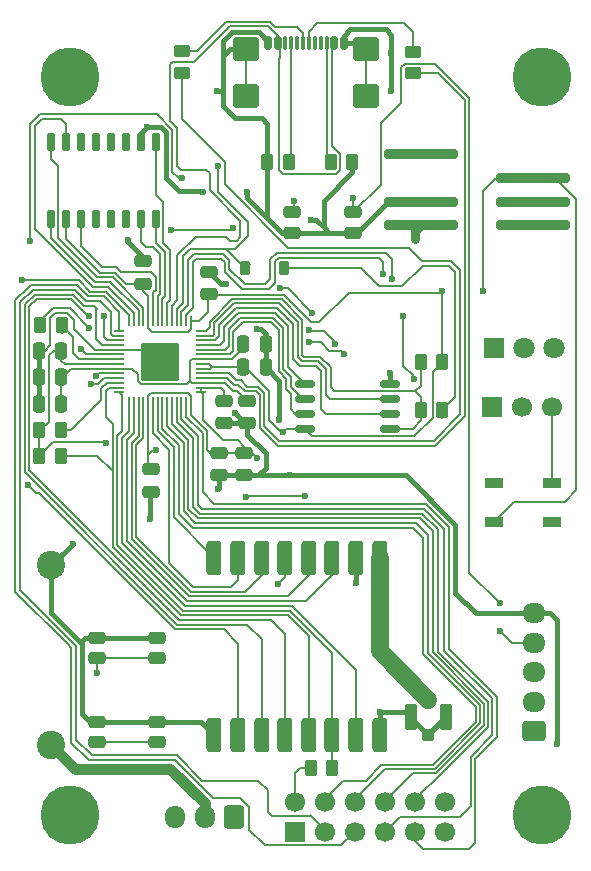
<source format=gbr>
%TF.GenerationSoftware,KiCad,Pcbnew,9.0.6*%
%TF.CreationDate,2025-11-22T08:39:34-08:00*%
%TF.ProjectId,bramble,6272616d-626c-4652-9e6b-696361645f70,rev?*%
%TF.SameCoordinates,Original*%
%TF.FileFunction,Copper,L1,Top*%
%TF.FilePolarity,Positive*%
%FSLAX46Y46*%
G04 Gerber Fmt 4.6, Leading zero omitted, Abs format (unit mm)*
G04 Created by KiCad (PCBNEW 9.0.6) date 2025-11-22 08:39:34*
%MOMM*%
%LPD*%
G01*
G04 APERTURE LIST*
G04 Aperture macros list*
%AMRoundRect*
0 Rectangle with rounded corners*
0 $1 Rounding radius*
0 $2 $3 $4 $5 $6 $7 $8 $9 X,Y pos of 4 corners*
0 Add a 4 corners polygon primitive as box body*
4,1,4,$2,$3,$4,$5,$6,$7,$8,$9,$2,$3,0*
0 Add four circle primitives for the rounded corners*
1,1,$1+$1,$2,$3*
1,1,$1+$1,$4,$5*
1,1,$1+$1,$6,$7*
1,1,$1+$1,$8,$9*
0 Add four rect primitives between the rounded corners*
20,1,$1+$1,$2,$3,$4,$5,0*
20,1,$1+$1,$4,$5,$6,$7,0*
20,1,$1+$1,$6,$7,$8,$9,0*
20,1,$1+$1,$8,$9,$2,$3,0*%
G04 Aperture macros list end*
%TA.AperFunction,SMDPad,CuDef*%
%ADD10RoundRect,0.250000X-0.475000X-0.250000X0.475000X-0.250000X0.475000X0.250000X-0.475000X0.250000X0*%
%TD*%
%TA.AperFunction,SMDPad,CuDef*%
%ADD11RoundRect,0.250000X-0.262500X-0.450000X0.262500X-0.450000X0.262500X0.450000X-0.262500X0.450000X0*%
%TD*%
%TA.AperFunction,SMDPad,CuDef*%
%ADD12RoundRect,0.100000X-0.400000X-0.400000X0.400000X-0.400000X0.400000X0.400000X-0.400000X0.400000X0*%
%TD*%
%TA.AperFunction,SMDPad,CuDef*%
%ADD13RoundRect,0.105000X-0.420000X-0.995000X0.420000X-0.995000X0.420000X0.995000X-0.420000X0.995000X0*%
%TD*%
%TA.AperFunction,ComponentPad*%
%ADD14R,1.800000X1.800000*%
%TD*%
%TA.AperFunction,ComponentPad*%
%ADD15C,1.800000*%
%TD*%
%TA.AperFunction,SMDPad,CuDef*%
%ADD16RoundRect,0.250000X0.475000X-0.250000X0.475000X0.250000X-0.475000X0.250000X-0.475000X-0.250000X0*%
%TD*%
%TA.AperFunction,ComponentPad*%
%ADD17C,2.400000*%
%TD*%
%TA.AperFunction,SMDPad,CuDef*%
%ADD18RoundRect,0.250000X-0.450000X0.262500X-0.450000X-0.262500X0.450000X-0.262500X0.450000X0.262500X0*%
%TD*%
%TA.AperFunction,ComponentPad*%
%ADD19C,5.000000*%
%TD*%
%TA.AperFunction,SMDPad,CuDef*%
%ADD20RoundRect,0.250000X-0.475000X0.250000X-0.475000X-0.250000X0.475000X-0.250000X0.475000X0.250000X0*%
%TD*%
%TA.AperFunction,SMDPad,CuDef*%
%ADD21RoundRect,0.250000X0.262500X0.450000X-0.262500X0.450000X-0.262500X-0.450000X0.262500X-0.450000X0*%
%TD*%
%TA.AperFunction,SMDPad,CuDef*%
%ADD22RoundRect,0.250000X0.475000X0.250000X-0.475000X0.250000X-0.475000X-0.250000X0.475000X-0.250000X0*%
%TD*%
%TA.AperFunction,SMDPad,CuDef*%
%ADD23RoundRect,0.050000X-0.050000X0.387500X-0.050000X-0.387500X0.050000X-0.387500X0.050000X0.387500X0*%
%TD*%
%TA.AperFunction,SMDPad,CuDef*%
%ADD24RoundRect,0.050000X-0.387500X0.050000X-0.387500X-0.050000X0.387500X-0.050000X0.387500X0.050000X0*%
%TD*%
%TA.AperFunction,ComponentPad*%
%ADD25C,0.600000*%
%TD*%
%TA.AperFunction,SMDPad,CuDef*%
%ADD26RoundRect,0.144000X-1.456000X1.456000X-1.456000X-1.456000X1.456000X-1.456000X1.456000X1.456000X0*%
%TD*%
%TA.AperFunction,SMDPad,CuDef*%
%ADD27RoundRect,0.090000X-0.660000X-0.360000X0.660000X-0.360000X0.660000X0.360000X-0.660000X0.360000X0*%
%TD*%
%TA.AperFunction,SMDPad,CuDef*%
%ADD28RoundRect,0.250000X0.250000X0.475000X-0.250000X0.475000X-0.250000X-0.475000X0.250000X-0.475000X0*%
%TD*%
%TA.AperFunction,ComponentPad*%
%ADD29RoundRect,0.250000X0.600000X0.725000X-0.600000X0.725000X-0.600000X-0.725000X0.600000X-0.725000X0*%
%TD*%
%TA.AperFunction,ComponentPad*%
%ADD30O,1.700000X1.950000*%
%TD*%
%TA.AperFunction,SMDPad,CuDef*%
%ADD31RoundRect,0.225000X-0.225000X-0.375000X0.225000X-0.375000X0.225000X0.375000X-0.225000X0.375000X0*%
%TD*%
%TA.AperFunction,SMDPad,CuDef*%
%ADD32RoundRect,0.317500X0.317500X-1.157500X0.317500X1.157500X-0.317500X1.157500X-0.317500X-1.157500X0*%
%TD*%
%TA.AperFunction,ComponentPad*%
%ADD33R,1.700000X1.700000*%
%TD*%
%TA.AperFunction,ComponentPad*%
%ADD34C,1.700000*%
%TD*%
%TA.AperFunction,SMDPad,CuDef*%
%ADD35RoundRect,0.250000X-0.840000X-0.750000X0.840000X-0.750000X0.840000X0.750000X-0.840000X0.750000X0*%
%TD*%
%TA.AperFunction,SMDPad,CuDef*%
%ADD36RoundRect,0.150000X-0.150000X-0.425000X0.150000X-0.425000X0.150000X0.425000X-0.150000X0.425000X0*%
%TD*%
%TA.AperFunction,SMDPad,CuDef*%
%ADD37RoundRect,0.075000X-0.075000X-0.500000X0.075000X-0.500000X0.075000X0.500000X-0.075000X0.500000X0*%
%TD*%
%TA.AperFunction,SMDPad,CuDef*%
%ADD38RoundRect,0.250000X-0.250000X-0.475000X0.250000X-0.475000X0.250000X0.475000X-0.250000X0.475000X0*%
%TD*%
%TA.AperFunction,SMDPad,CuDef*%
%ADD39RoundRect,0.205000X2.920000X-0.205000X2.920000X0.205000X-2.920000X0.205000X-2.920000X-0.205000X0*%
%TD*%
%TA.AperFunction,SMDPad,CuDef*%
%ADD40RoundRect,0.162500X0.650000X0.162500X-0.650000X0.162500X-0.650000X-0.162500X0.650000X-0.162500X0*%
%TD*%
%TA.AperFunction,ComponentPad*%
%ADD41RoundRect,0.250000X0.725000X-0.600000X0.725000X0.600000X-0.725000X0.600000X-0.725000X-0.600000X0*%
%TD*%
%TA.AperFunction,ComponentPad*%
%ADD42O,1.950000X1.700000*%
%TD*%
%TA.AperFunction,SMDPad,CuDef*%
%ADD43RoundRect,0.150000X0.150000X-0.650000X0.150000X0.650000X-0.150000X0.650000X-0.150000X-0.650000X0*%
%TD*%
%TA.AperFunction,ViaPad*%
%ADD44C,0.600000*%
%TD*%
%TA.AperFunction,ViaPad*%
%ADD45C,0.400000*%
%TD*%
%TA.AperFunction,Conductor*%
%ADD46C,1.500000*%
%TD*%
%TA.AperFunction,Conductor*%
%ADD47C,0.800000*%
%TD*%
%TA.AperFunction,Conductor*%
%ADD48C,0.200000*%
%TD*%
%TA.AperFunction,Conductor*%
%ADD49C,0.500000*%
%TD*%
%TA.AperFunction,Conductor*%
%ADD50C,0.400000*%
%TD*%
%TA.AperFunction,Conductor*%
%ADD51C,0.900000*%
%TD*%
G04 APERTURE END LIST*
D10*
%TO.P,SW1,1,1*%
%TO.N,/pmu/NRST*%
X35600000Y-28500000D03*
X40750000Y-28500000D03*
%TO.P,SW1,2,2*%
%TO.N,GND*%
X35600000Y-30200000D03*
X40750000Y-30200000D03*
%TD*%
D11*
%TO.P,R13,1*%
%TO.N,Net-(C9-Pad2)*%
X14245000Y-38070000D03*
%TO.P,R13,2*%
%TO.N,Net-(IC1-XOUT)*%
X16070000Y-38070000D03*
%TD*%
D12*
%TO.P,J5,1,In*%
%TO.N,Net-(J5-In)*%
X47100000Y-69750000D03*
D13*
%TO.P,J5,2,Ext*%
%TO.N,GND*%
X48575000Y-71250000D03*
D12*
X47100000Y-72750000D03*
D13*
X45625000Y-71250000D03*
%TD*%
D11*
%TO.P,R21,1,1*%
%TO.N,/rp2040/QSPI_CS*%
X46487500Y-41200000D03*
%TO.P,R21,2,2*%
%TO.N,+3V3*%
X48312500Y-41200000D03*
%TD*%
D14*
%TO.P,D1,1,A1*%
%TO.N,Net-(D1-A1)*%
X52660000Y-40000000D03*
D15*
%TO.P,D1,2,K*%
%TO.N,GND*%
X55200000Y-40000000D03*
%TO.P,D1,3,A2*%
%TO.N,Net-(D1-A2)*%
X57740000Y-40000000D03*
%TD*%
D16*
%TO.P,C13,1,1*%
%TO.N,+3V3*%
X28525000Y-35400000D03*
%TO.P,C13,2,2*%
%TO.N,GND*%
X28525000Y-33500000D03*
%TD*%
D17*
%TO.P,R6,1*%
%TO.N,GND*%
X15200000Y-58380000D03*
%TO.P,R6,2*%
%TO.N,GNDPWR*%
X15200000Y-73620000D03*
%TD*%
D18*
%TO.P,R17,1,1*%
%TO.N,Net-(J3-D+-PadA6)*%
X26250000Y-14837500D03*
%TO.P,R17,2,2*%
%TO.N,/rp2040/D-*%
X26250000Y-16662500D03*
%TD*%
D19*
%TO.P,U$4,1*%
%TO.N,N/C*%
X16750000Y-17000000D03*
%TD*%
D11*
%TO.P,R20,1,1*%
%TO.N,GND*%
X33500000Y-24250000D03*
%TO.P,R20,2,2*%
%TO.N,Net-(J3-CC1)*%
X35325000Y-24250000D03*
%TD*%
D20*
%TO.P,C16,1,1*%
%TO.N,+3V3*%
X31550000Y-48850000D03*
%TO.P,C16,2,2*%
%TO.N,GND*%
X31550000Y-50750000D03*
%TD*%
D21*
%TO.P,R16,1,1*%
%TO.N,/rp2040/RFM_CS*%
X15992500Y-49110000D03*
%TO.P,R16,2,2*%
%TO.N,+3V3*%
X14167500Y-49110000D03*
%TD*%
D22*
%TO.P,SW2,1,1*%
%TO.N,/rp2040/USBBOOT*%
X24175000Y-66250000D03*
X19025000Y-66250000D03*
%TO.P,SW2,2,2*%
%TO.N,GND*%
X24175000Y-64550000D03*
X19025000Y-64550000D03*
%TD*%
D23*
%TO.P,IC1,1,IOVDD*%
%TO.N,+3V3*%
X27000000Y-37687500D03*
%TO.P,IC1,2,GPIO0*%
%TO.N,/rp2040/TX*%
X26600000Y-37687500D03*
%TO.P,IC1,3,GPIO1*%
%TO.N,/rp2040/RX*%
X26200000Y-37687500D03*
%TO.P,IC1,4,GPIO2*%
%TO.N,/rp2040/USBBOOT*%
X25800000Y-37687500D03*
%TO.P,IC1,5,GPIO3*%
%TO.N,VBUS*%
X25400000Y-37687500D03*
%TO.P,IC1,6,GPIO4*%
%TO.N,/rp2040/MT25_DQ2*%
X25000000Y-37687500D03*
%TO.P,IC1,7,GPIO5*%
%TO.N,/rp2040/MT25_DQ1*%
X24600000Y-37687500D03*
%TO.P,IC1,8,GPIO6*%
%TO.N,/rp2040/MT25_CS*%
X24200000Y-37687500D03*
%TO.P,IC1,9,GPIO7*%
%TO.N,/rp2040/MT25_RESET*%
X23800000Y-37687500D03*
%TO.P,IC1,10,IOVDD*%
%TO.N,+3V3*%
X23400000Y-37687500D03*
%TO.P,IC1,11,GPIO8*%
%TO.N,/rp2040/MT25_SCK*%
X23000000Y-37687500D03*
%TO.P,IC1,12,GPIO9*%
%TO.N,/rp2040/MT25_DQ3*%
X22600000Y-37687500D03*
%TO.P,IC1,13,GPIO10*%
%TO.N,/rp2040/MT25_DQ0*%
X22200000Y-37687500D03*
%TO.P,IC1,14,GPIO11*%
%TO.N,/rp2040/MISO*%
X21800000Y-37687500D03*
D24*
%TO.P,IC1,15,GPIO12*%
%TO.N,/rp2040/VALVE_4*%
X20962500Y-38525000D03*
%TO.P,IC1,16,GPIO13*%
%TO.N,/rp2040/VALVE_3*%
X20962500Y-38925000D03*
%TO.P,IC1,17,GPIO14*%
%TO.N,/rp2040/SCK*%
X20962500Y-39325000D03*
%TO.P,IC1,18,GPIO15*%
%TO.N,/rp2040/MOSI*%
X20962500Y-39725000D03*
%TO.P,IC1,19,TESTEN*%
%TO.N,GND*%
X20962500Y-40125000D03*
%TO.P,IC1,20,XIN*%
%TO.N,Net-(IC1-XIN)*%
X20962500Y-40525000D03*
%TO.P,IC1,21,XOUT*%
%TO.N,Net-(IC1-XOUT)*%
X20962500Y-40925000D03*
%TO.P,IC1,22,IOVDD*%
%TO.N,+3V3*%
X20962500Y-41325000D03*
%TO.P,IC1,23,DVDD*%
%TO.N,1.2V*%
X20962500Y-41725000D03*
%TO.P,IC1,24,SWCLK*%
%TO.N,/rp2040/SWCLK*%
X20962500Y-42125000D03*
%TO.P,IC1,25,SWDIO*%
%TO.N,/rp2040/SWDIO*%
X20962500Y-42525000D03*
%TO.P,IC1,26,/RUN*%
%TO.N,/rp2040/~{RESET}*%
X20962500Y-42925000D03*
%TO.P,IC1,27,GPIO16*%
%TO.N,/rp2040/RFM_CS*%
X20962500Y-43325000D03*
%TO.P,IC1,28,GPIO17*%
%TO.N,/rp2040/RFM_RST*%
X20962500Y-43725000D03*
D23*
%TO.P,IC1,29,GPIO18*%
%TO.N,/rp2040/RFM_IO5*%
X21800000Y-44562500D03*
%TO.P,IC1,30,GPIO19*%
%TO.N,/rp2040/RFM_IO3*%
X22200000Y-44562500D03*
%TO.P,IC1,31,GPIO20*%
%TO.N,/rp2040/RFM_IO4*%
X22600000Y-44562500D03*
%TO.P,IC1,32,GPIO21*%
%TO.N,/rp2040/RFM_IO0*%
X23000000Y-44562500D03*
%TO.P,IC1,33,IOVDD*%
%TO.N,+3V3*%
X23400000Y-44562500D03*
%TO.P,IC1,34,GPIO22*%
%TO.N,/rp2040/RFM_IO1*%
X23800000Y-44562500D03*
%TO.P,IC1,35,GPIO23*%
%TO.N,/rp2040/RFM_IO2*%
X24200000Y-44562500D03*
%TO.P,IC1,36,GPIO24*%
%TO.N,/rp2040/MOTOR_HI_1*%
X24600000Y-44562500D03*
%TO.P,IC1,37,GPIO25*%
%TO.N,/rp2040/MOTOR_HI_2*%
X25000000Y-44562500D03*
%TO.P,IC1,38,GPIO26/AD0*%
%TO.N,/rp2040/MOTOR_LO_1*%
X25400000Y-44562500D03*
%TO.P,IC1,39,GPIO27/AD1*%
%TO.N,/rp2040/MOTOR_LO_2*%
X25800000Y-44562500D03*
%TO.P,IC1,40,GPIO28/AD2*%
%TO.N,/rp2040/VALVE_2*%
X26200000Y-44562500D03*
%TO.P,IC1,41,GPIO29/AD3*%
%TO.N,/rp2040/VALVE_1*%
X26600000Y-44562500D03*
%TO.P,IC1,42,IOVDD*%
%TO.N,+3V3*%
X27000000Y-44562500D03*
D24*
%TO.P,IC1,43,ADC_IOVDD*%
X27837500Y-43725000D03*
%TO.P,IC1,44,VREG_IOVDD*%
X27837500Y-43325000D03*
%TO.P,IC1,45,VREG_VOUT*%
%TO.N,1.2V*%
X27837500Y-42925000D03*
%TO.P,IC1,46,USB_D-*%
%TO.N,/rp2040/D+*%
X27837500Y-42525000D03*
%TO.P,IC1,47,USB_D+*%
%TO.N,/rp2040/D-*%
X27837500Y-42125000D03*
%TO.P,IC1,48,USB_IOVDD*%
%TO.N,+3V3*%
X27837500Y-41725000D03*
%TO.P,IC1,49,IOVDD*%
X27837500Y-41325000D03*
%TO.P,IC1,50,DVDD*%
%TO.N,1.2V*%
X27837500Y-40925000D03*
%TO.P,IC1,51,QSPI_SD3*%
%TO.N,/rp2040/QSPI_D3*%
X27837500Y-40525000D03*
%TO.P,IC1,52,QSPI_SCLK*%
%TO.N,/rp2040/QSPI_SCK*%
X27837500Y-40125000D03*
%TO.P,IC1,53,QSPI_SD0*%
%TO.N,/rp2040/QSPI_D0*%
X27837500Y-39725000D03*
%TO.P,IC1,54,QSPI_SD2*%
%TO.N,/rp2040/QSPI_D1*%
X27837500Y-39325000D03*
%TO.P,IC1,55,QSPI_SD1*%
%TO.N,/rp2040/QSPI_D2*%
X27837500Y-38925000D03*
%TO.P,IC1,56,~{QSPI_CS}*%
%TO.N,/rp2040/QSPI_CS*%
X27837500Y-38525000D03*
D25*
%TO.P,IC1,57,GND*%
%TO.N,GND*%
X25675000Y-39850000D03*
X24400000Y-39850000D03*
X23125000Y-39850000D03*
X25675000Y-41125000D03*
X24400000Y-41125000D03*
D26*
X24400000Y-41125000D03*
D25*
X23125000Y-41125000D03*
X25675000Y-42400000D03*
X24400000Y-42400000D03*
X23125000Y-42400000D03*
%TD*%
D27*
%TO.P,LED1,1,DI*%
%TO.N,/rp2040/D4*%
X52650000Y-51427500D03*
%TO.P,LED1,2,VDD*%
%TO.N,+3V3*%
X52650000Y-54727500D03*
%TO.P,LED1,3,DO*%
%TO.N,unconnected-(LED1-DO-Pad3)*%
X57550000Y-54727500D03*
%TO.P,LED1,4,GND*%
%TO.N,GND*%
X57550000Y-51427500D03*
%TD*%
D19*
%TO.P,U$2,1*%
%TO.N,N/C*%
X16750000Y-79500000D03*
%TD*%
D16*
%TO.P,C18,1,1*%
%TO.N,+3V3*%
X23000000Y-34550000D03*
%TO.P,C18,2,2*%
%TO.N,GND*%
X23000000Y-32650000D03*
%TD*%
D28*
%TO.P,C14,1,1*%
%TO.N,+3V3*%
X16050000Y-40216000D03*
%TO.P,C14,2,2*%
%TO.N,GND*%
X14150000Y-40216000D03*
%TD*%
D29*
%TO.P,J6,1,Pin_1*%
%TO.N,Net-(J6-Pin_1)*%
X30700000Y-79725000D03*
D30*
%TO.P,J6,2,Pin_2*%
%TO.N,GNDPWR*%
X28200000Y-79725000D03*
%TO.P,J6,3,Pin_3*%
%TO.N,+9V*%
X25700000Y-79725000D03*
%TD*%
D31*
%TO.P,D3,1,K*%
%TO.N,/rp2040/USBBOOT*%
X31600000Y-33225000D03*
%TO.P,D3,2,A*%
%TO.N,Net-(D3-A)*%
X34900000Y-33225000D03*
%TD*%
D22*
%TO.P,SW4,1,1*%
%TO.N,unconnected-(SW4-Pad1)*%
X24175000Y-73350000D03*
X19025000Y-73350000D03*
%TO.P,SW4,2,2*%
%TO.N,GND*%
X24175000Y-71650000D03*
X19025000Y-71650000D03*
%TD*%
D20*
%TO.P,C15,1,1*%
%TO.N,+3V3*%
X29400000Y-48852500D03*
%TO.P,C15,2,2*%
%TO.N,GND*%
X29400000Y-50752500D03*
%TD*%
D28*
%TO.P,C10,1,1*%
%TO.N,1.2V*%
X16050000Y-44708000D03*
%TO.P,C10,2,2*%
%TO.N,GND*%
X14150000Y-44708000D03*
%TD*%
D19*
%TO.P,U$3,1*%
%TO.N,N/C*%
X56750000Y-17000000D03*
%TD*%
D32*
%TO.P,U4,1,GND*%
%TO.N,GND*%
X29000000Y-72775000D03*
%TO.P,U4,2,MISO*%
%TO.N,/rp2040/MISO*%
X31000000Y-72775000D03*
%TO.P,U4,3,MOSI*%
%TO.N,/rp2040/MOSI*%
X33000000Y-72775000D03*
%TO.P,U4,4,SCK*%
%TO.N,/rp2040/SCK*%
X35000000Y-72775000D03*
%TO.P,U4,5,NSS*%
%TO.N,/rp2040/RFM_CS*%
X37000000Y-72775000D03*
%TO.P,U4,6,RESET*%
%TO.N,/rp2040/RFM_RST*%
X39000000Y-72775000D03*
%TO.P,U4,7,DIO5*%
%TO.N,/rp2040/RFM_IO5*%
X41000000Y-72775000D03*
%TO.P,U4,8,GND*%
%TO.N,GND*%
X43000000Y-72775000D03*
%TO.P,U4,9,ANT*%
%TO.N,Net-(J5-In)*%
X43000000Y-57725000D03*
%TO.P,U4,10,GND*%
%TO.N,GND*%
X41000000Y-57725000D03*
%TO.P,U4,11,DIO3*%
%TO.N,/rp2040/RFM_IO3*%
X39000000Y-57725000D03*
%TO.P,U4,12,DIO4*%
%TO.N,/rp2040/RFM_IO4*%
X37000000Y-57725000D03*
%TO.P,U4,13,3.3V*%
%TO.N,+3V3*%
X35000000Y-57725000D03*
%TO.P,U4,14,DIO0*%
%TO.N,/rp2040/RFM_IO0*%
X33000000Y-57725000D03*
%TO.P,U4,15,DIO1*%
%TO.N,/rp2040/RFM_IO1*%
X31000000Y-57725000D03*
%TO.P,U4,16,DIO2*%
%TO.N,/rp2040/RFM_IO2*%
X29000000Y-57725000D03*
%TD*%
D33*
%TO.P,J7,1,Pin_1*%
%TO.N,+9V*%
X35820000Y-80925000D03*
D34*
%TO.P,J7,2,Pin_2*%
%TO.N,+3V3*%
X35820000Y-78385000D03*
%TO.P,J7,3,Pin_3*%
%TO.N,/rp2040/VALVE_3*%
X38360000Y-80925000D03*
%TO.P,J7,4,Pin_4*%
%TO.N,/rp2040/MOTOR_HI_1*%
X38360000Y-78385000D03*
%TO.P,J7,5,Pin_5*%
%TO.N,/rp2040/VALVE_4*%
X40900000Y-80925000D03*
%TO.P,J7,6,Pin_6*%
%TO.N,/rp2040/MOTOR_HI_2*%
X40900000Y-78385000D03*
%TO.P,J7,7,Pin_7*%
%TO.N,/rp2040/VALVE_2*%
X43440000Y-80925000D03*
%TO.P,J7,8,Pin_8*%
%TO.N,/rp2040/MOTOR_LO_1*%
X43440000Y-78385000D03*
%TO.P,J7,9,Pin_9*%
%TO.N,/rp2040/VALVE_1*%
X45980000Y-80925000D03*
%TO.P,J7,10,Pin_10*%
%TO.N,/rp2040/MOTOR_LO_2*%
X45980000Y-78385000D03*
%TO.P,J7,11,Pin_11*%
%TO.N,VDD*%
X48520000Y-80925000D03*
%TO.P,J7,12,Pin_12*%
%TO.N,GND*%
X48520000Y-78385000D03*
%TD*%
D35*
%TO.P,J3,S1,SHIELD*%
%TO.N,GND*%
X41860000Y-18625000D03*
X41860000Y-14695000D03*
X31640000Y-18625000D03*
X31640000Y-14695000D03*
D36*
%TO.P,J3,B12,GND*%
X33550000Y-14120000D03*
%TO.P,J3,B9,VBUS*%
%TO.N,VBUS*%
X34350000Y-14120000D03*
D37*
%TO.P,J3,B8,SBU2*%
%TO.N,unconnected-(J3-SBU2-PadB8)*%
X35000000Y-14120000D03*
%TO.P,J3,B7,D-*%
%TO.N,unconnected-(J3-D--PadB7)*%
X36000000Y-14120000D03*
%TO.P,J3,B6,D+*%
%TO.N,unconnected-(J3-D+-PadB6)*%
X37500000Y-14120000D03*
%TO.P,J3,B5,CC2*%
%TO.N,Net-(J3-CC2)*%
X38500000Y-14120000D03*
D36*
%TO.P,J3,B4,VBUS*%
%TO.N,VBUS*%
X39150000Y-14120000D03*
%TO.P,J3,B1,GND*%
%TO.N,GND*%
X39950000Y-14120000D03*
%TO.P,J3,A12,GND*%
X39950000Y-14120000D03*
%TO.P,J3,A9,VBUS*%
%TO.N,VBUS*%
X39150000Y-14120000D03*
D37*
%TO.P,J3,A8,SBU1*%
%TO.N,unconnected-(J3-SBU1-PadA8)*%
X38000000Y-14120000D03*
%TO.P,J3,A7,D-*%
%TO.N,Net-(J3-D--PadA7)*%
X37000000Y-14120000D03*
%TO.P,J3,A6,D+*%
%TO.N,Net-(J3-D+-PadA6)*%
X36500000Y-14120000D03*
%TO.P,J3,A5,CC1*%
%TO.N,Net-(J3-CC1)*%
X35500000Y-14120000D03*
D36*
%TO.P,J3,A4,VBUS*%
%TO.N,VBUS*%
X34350000Y-14120000D03*
%TO.P,J3,A1,GND*%
%TO.N,GND*%
X33550000Y-14120000D03*
%TD*%
D38*
%TO.P,C17,1,1*%
%TO.N,+3V3*%
X31450000Y-41600000D03*
%TO.P,C17,2,2*%
%TO.N,GND*%
X33350000Y-41600000D03*
%TD*%
D18*
%TO.P,R18,1,1*%
%TO.N,Net-(J3-D--PadA7)*%
X45800000Y-14887500D03*
%TO.P,R18,2,2*%
%TO.N,/rp2040/D+*%
X45800000Y-16712500D03*
%TD*%
D21*
%TO.P,R19,1,1*%
%TO.N,GND*%
X40662500Y-24250000D03*
%TO.P,R19,2,2*%
%TO.N,Net-(J3-CC2)*%
X38837500Y-24250000D03*
%TD*%
D39*
%TO.P,U1,1,+VIN*%
%TO.N,Net-(Q1-D)*%
X46500000Y-29583750D03*
%TO.P,U1,2,-VIN*%
%TO.N,GND*%
X46500000Y-27583750D03*
%TO.P,U1,4,ON/OFF*%
%TO.N,unconnected-(U1-ON{slash}OFF-Pad4)*%
X46500000Y-23583750D03*
%TO.P,U1,5,NC*%
%TO.N,unconnected-(U1-NC-Pad5)*%
X56000000Y-29583750D03*
%TO.P,U1,6,-VOUT*%
%TO.N,unconnected-(U1--VOUT-Pad6)*%
X56000000Y-27583750D03*
%TO.P,U1,7,+VOUT*%
%TO.N,+3V3*%
X56000000Y-25583750D03*
%TD*%
D16*
%TO.P,C12,1,1*%
%TO.N,GND*%
X31800000Y-46350000D03*
%TO.P,C12,2,2*%
%TO.N,1.2V*%
X31800000Y-44450000D03*
%TD*%
D40*
%TO.P,U7,1,~{CS}*%
%TO.N,/rp2040/QSPI_CS*%
X43850000Y-46812500D03*
%TO.P,U7,2,DO/IO_{1}*%
%TO.N,/rp2040/QSPI_D1*%
X43850000Y-45542500D03*
%TO.P,U7,3,~{WP}/IO_{2}*%
%TO.N,/rp2040/QSPI_D2*%
X43850000Y-44272500D03*
%TO.P,U7,4,GND*%
%TO.N,GND*%
X43850000Y-43002500D03*
%TO.P,U7,5,DI/IO_{0}*%
%TO.N,/rp2040/QSPI_D0*%
X36675000Y-43002500D03*
%TO.P,U7,6,CLK*%
%TO.N,/rp2040/QSPI_SCK*%
X36675000Y-44272500D03*
%TO.P,U7,7,~{HOLD}/~{RESET}/IO_{3}*%
%TO.N,/rp2040/QSPI_D3*%
X36675000Y-45542500D03*
%TO.P,U7,8,VCC*%
%TO.N,+3V3*%
X36675000Y-46812500D03*
%TD*%
D33*
%TO.P,J2,1,Pin_1*%
%TO.N,/rp2040/SWCLK*%
X52470000Y-44951250D03*
D34*
%TO.P,J2,2,Pin_2*%
%TO.N,/rp2040/SWDIO*%
X55010000Y-44951250D03*
%TO.P,J2,3,Pin_3*%
%TO.N,GND*%
X57550000Y-44951250D03*
%TD*%
D28*
%TO.P,C11,1,1*%
%TO.N,GND*%
X33350000Y-39600000D03*
%TO.P,C11,2,2*%
%TO.N,1.2V*%
X31450000Y-39600000D03*
%TD*%
D41*
%TO.P,J1,1,Pin_1*%
%TO.N,VDD*%
X56050000Y-72433750D03*
D42*
%TO.P,J1,2,Pin_2*%
%TO.N,Net-(J1-Pin_2)*%
X56050000Y-69933750D03*
%TO.P,J1,3,Pin_3*%
%TO.N,Net-(J1-Pin_3)*%
X56050000Y-67433750D03*
%TO.P,J1,4,Pin_4*%
%TO.N,/pmu/NRST*%
X56050000Y-64933750D03*
%TO.P,J1,5,Pin_5*%
%TO.N,GND*%
X56050000Y-62433750D03*
%TD*%
D19*
%TO.P,U$1,1*%
%TO.N,N/C*%
X56750000Y-79500000D03*
%TD*%
D21*
%TO.P,R15,1,1*%
%TO.N,/rp2040/RFM_RST*%
X38987500Y-75550000D03*
%TO.P,R15,2,2*%
%TO.N,+3V3*%
X37162500Y-75550000D03*
%TD*%
D11*
%TO.P,R14,1,1*%
%TO.N,/rp2040/QSPI_CS*%
X46487500Y-45200000D03*
%TO.P,R14,2,2*%
%TO.N,Net-(D3-A)*%
X48312500Y-45200000D03*
%TD*%
D43*
%TO.P,U6,1,DQ3/HOLD#*%
%TO.N,/rp2040/MT25_DQ3*%
X15155000Y-29050000D03*
%TO.P,U6,2,VCC*%
%TO.N,+3V3*%
X16425000Y-29050000D03*
%TO.P,U6,3,RESET#*%
%TO.N,/rp2040/MT25_RESET*%
X17695000Y-29050000D03*
%TO.P,U6,4,DNU*%
%TO.N,unconnected-(U6-DNU-Pad4)*%
X18965000Y-29050000D03*
%TO.P,U6,5,DNU*%
%TO.N,unconnected-(U6-DNU-Pad5)*%
X20235000Y-29050000D03*
%TO.P,U6,6,DNU*%
%TO.N,unconnected-(U6-DNU-Pad6)*%
X21505000Y-29050000D03*
%TO.P,U6,7,S#*%
%TO.N,/rp2040/MT25_CS*%
X22775000Y-29050000D03*
%TO.P,U6,8,DQ1*%
%TO.N,/rp2040/MT25_DQ1*%
X24045000Y-29050000D03*
%TO.P,U6,9,W#/DQ2*%
%TO.N,/rp2040/MT25_DQ2*%
X24045000Y-22550000D03*
%TO.P,U6,10,VSS*%
%TO.N,GND*%
X22775000Y-22550000D03*
%TO.P,U6,11,DNU*%
%TO.N,unconnected-(U6-DNU-Pad11)*%
X21505000Y-22550000D03*
%TO.P,U6,12,DNU*%
%TO.N,unconnected-(U6-DNU-Pad12)*%
X20235000Y-22550000D03*
%TO.P,U6,13,DNU*%
%TO.N,unconnected-(U6-DNU-Pad13)*%
X18965000Y-22550000D03*
%TO.P,U6,14,DNU*%
%TO.N,unconnected-(U6-DNU-Pad14)*%
X17695000Y-22550000D03*
%TO.P,U6,15,DQ0*%
%TO.N,/rp2040/MT25_DQ0*%
X16425000Y-22550000D03*
%TO.P,U6,16,C*%
%TO.N,/rp2040/MT25_SCK*%
X15155000Y-22550000D03*
%TD*%
D20*
%TO.P,C20,1,1*%
%TO.N,+3V3*%
X23600000Y-50250000D03*
%TO.P,C20,2,2*%
%TO.N,GND*%
X23600000Y-52150000D03*
%TD*%
D38*
%TO.P,C7,1,1*%
%TO.N,GND*%
X14150000Y-42462000D03*
%TO.P,C7,2,2*%
%TO.N,1.2V*%
X16050000Y-42462000D03*
%TD*%
D20*
%TO.P,C19,1,1*%
%TO.N,+3V3*%
X29800000Y-44450000D03*
%TO.P,C19,2,2*%
%TO.N,GND*%
X29800000Y-46350000D03*
%TD*%
D11*
%TO.P,R12,1,1*%
%TO.N,+3V3*%
X14167500Y-46924000D03*
%TO.P,R12,2,2*%
%TO.N,/rp2040/~{RESET}*%
X15992500Y-46924000D03*
%TD*%
D44*
%TO.N,GND*%
X29300000Y-51900000D03*
X32600000Y-38400000D03*
D45*
%TO.N,Net-(Q1-D)*%
X46000000Y-30750000D03*
D44*
%TO.N,/rp2040/MISO*%
X13181635Y-51568365D03*
%TO.N,VDD*%
X45000000Y-37250000D03*
%TO.N,/rp2040/MISO*%
X12750000Y-34250000D03*
%TO.N,+3V3*%
X48300000Y-35110000D03*
%TO.N,GND*%
X58000000Y-73500000D03*
X35400000Y-50750000D03*
X37200000Y-29100000D03*
X29250000Y-18250000D03*
%TO.N,/pmu/MEAS_CURRENT*%
X25350000Y-30000000D03*
%TO.N,/rp2040/TX*%
X43300000Y-33675000D03*
%TO.N,/rp2040/USBBOOT*%
X29300000Y-24600000D03*
%TO.N,GND*%
X21700000Y-30800000D03*
%TO.N,Net-(IC1-XIN)*%
X17750000Y-40100000D03*
%TO.N,/pmu/NRST*%
X53200000Y-61600000D03*
%TO.N,GND*%
X44000000Y-15000000D03*
%TO.N,/rp2040/SCK*%
X18423000Y-37299915D03*
%TO.N,+3V3*%
X34809236Y-47103224D03*
%TO.N,/rp2040/SWDIO*%
X37054000Y-39500000D03*
%TO.N,GND*%
X41000000Y-59840000D03*
%TO.N,/pmu/MEAS_V*%
X36700000Y-52500000D03*
X31700000Y-52598000D03*
%TO.N,/rp2040/SCK*%
X19624000Y-37300000D03*
%TO.N,+3V3*%
X19796000Y-48000000D03*
X34390000Y-59990000D03*
%TO.N,/rp2040/RX*%
X44025000Y-34150000D03*
%TO.N,Net-(C9-Pad2)*%
X18400000Y-38250000D03*
%TO.N,/pmu/NRST*%
X35750000Y-27500000D03*
%TO.N,+3V3*%
X51770000Y-35110000D03*
%TO.N,/rp2040/USBBOOT*%
X13400000Y-30900000D03*
%TO.N,/pmu/MEAS_V*%
X37300000Y-37000000D03*
X34524236Y-34924293D03*
%TO.N,/pmu/NRST*%
X40750000Y-27250000D03*
X53200000Y-63900000D03*
%TO.N,GND*%
X44000000Y-18250000D03*
X23262117Y-21262884D03*
X23580000Y-54490000D03*
X17050000Y-56550000D03*
X30750000Y-45500000D03*
X43900000Y-42100000D03*
X30000000Y-34522792D03*
X34500000Y-46100000D03*
X28000000Y-26750000D03*
X43000000Y-70775000D03*
X31750000Y-26750000D03*
%TO.N,VDD*%
X45887500Y-42581910D03*
%TO.N,/pmu/MEAS_CURRENT*%
X30601000Y-29850000D03*
%TO.N,+3V3*%
X32650000Y-49300000D03*
%TO.N,/rp2040/USBBOOT*%
X26300000Y-25600000D03*
X19100000Y-67500000D03*
%TO.N,/rp2040/SWCLK*%
X37054000Y-38450000D03*
X18996476Y-42325000D03*
%TO.N,/rp2040/SWDIO*%
X40000000Y-40500000D03*
%TO.N,/rp2040/SWCLK*%
X39213343Y-39650000D03*
%TO.N,+3V3*%
X24040000Y-48590000D03*
%TO.N,/rp2040/SWDIO*%
X18595130Y-43017044D03*
%TD*%
D46*
%TO.N,Net-(J5-In)*%
X43000000Y-57725000D02*
X43000000Y-65650000D01*
X43000000Y-65650000D02*
X47100000Y-69750000D01*
D47*
X46900000Y-69750000D02*
X47100000Y-69750000D01*
D48*
%TO.N,/rp2040/MOTOR_HI_1*%
X24600000Y-44562500D02*
X24600000Y-46800000D01*
X24600000Y-46800000D02*
X26000000Y-48200000D01*
X26000000Y-48200000D02*
X26000000Y-54000000D01*
X27200000Y-55200000D02*
X45800000Y-55200000D01*
X46699000Y-56099000D02*
X46699000Y-65867586D01*
X26000000Y-54000000D02*
X27200000Y-55200000D01*
X51189000Y-70357586D02*
X51189000Y-71619414D01*
X43145793Y-75254207D02*
X41801000Y-76599000D01*
X47554207Y-75254207D02*
X43145793Y-75254207D01*
X46699000Y-65867586D02*
X51189000Y-70357586D01*
X51189000Y-71619414D02*
X47554207Y-75254207D01*
X45800000Y-55200000D02*
X46699000Y-56099000D01*
X41801000Y-76599000D02*
X39921000Y-76599000D01*
X39921000Y-76599000D02*
X38770000Y-77750000D01*
%TO.N,/rp2040/MOTOR_HI_2*%
X41310000Y-77750000D02*
X43473862Y-75586138D01*
X46100000Y-54800000D02*
X27400000Y-54800000D01*
X43473862Y-75586138D02*
X47686138Y-75586138D01*
X26400000Y-53800000D02*
X26400000Y-48000000D01*
X47686138Y-75586138D02*
X51517000Y-71755276D01*
X51517000Y-71755276D02*
X51517000Y-70221724D01*
X51517000Y-70221724D02*
X47100000Y-65804724D01*
X47100000Y-65804724D02*
X47100000Y-55800000D01*
X47100000Y-55800000D02*
X46100000Y-54800000D01*
X25000000Y-46600000D02*
X25000000Y-44562500D01*
X27400000Y-54800000D02*
X26400000Y-53800000D01*
X26400000Y-48000000D02*
X25000000Y-46600000D01*
%TO.N,/rp2040/MOTOR_LO_1*%
X51845000Y-71891138D02*
X47793069Y-75943069D01*
X51845000Y-70085862D02*
X51845000Y-71891138D01*
X47500000Y-55467100D02*
X47500000Y-65740862D01*
X47500000Y-65740862D02*
X51845000Y-70085862D01*
X44050000Y-77750000D02*
X45856931Y-75943069D01*
X47793069Y-75943069D02*
X45856931Y-75943069D01*
%TO.N,/rp2040/MOTOR_LO_2*%
X47900000Y-76300000D02*
X52173000Y-72027000D01*
X47901000Y-65678000D02*
X47901000Y-55299000D01*
X52173000Y-72027000D02*
X52173000Y-69950000D01*
X52173000Y-69950000D02*
X47901000Y-65678000D01*
%TO.N,/rp2040/VALVE_2*%
X43440000Y-80925000D02*
X44715000Y-79650000D01*
%TO.N,/rp2040/VALVE_1*%
X52902000Y-69484900D02*
X52902000Y-72948000D01*
%TO.N,/rp2040/VALVE_2*%
X44715000Y-79650000D02*
X49801000Y-79650000D01*
X46766100Y-53599000D02*
X27966100Y-53599000D01*
X52501000Y-72766080D02*
X52501000Y-69651000D01*
%TO.N,/rp2040/VALVE_1*%
X46650000Y-82400000D02*
X45980000Y-81730000D01*
X48852000Y-55117800D02*
X48852000Y-65434900D01*
%TO.N,/rp2040/VALVE_2*%
X27966100Y-53599000D02*
X27602000Y-53234900D01*
X49801000Y-79650000D02*
X50701000Y-78750000D01*
%TO.N,/rp2040/VALVE_1*%
X50550000Y-82400000D02*
X46650000Y-82400000D01*
X29001000Y-53198000D02*
X46932200Y-53198000D01*
%TO.N,/rp2040/VALVE_2*%
X52501000Y-69651000D02*
X48451000Y-65601000D01*
X48451000Y-65601000D02*
X48451000Y-55283900D01*
X50701000Y-74566080D02*
X52501000Y-72766080D01*
X26200000Y-46000000D02*
X26200000Y-44562500D01*
X50701000Y-78750000D02*
X50701000Y-74566080D01*
X48451000Y-55283900D02*
X46766100Y-53599000D01*
%TO.N,/rp2040/VALVE_1*%
X46932200Y-53198000D02*
X48852000Y-55117800D01*
%TO.N,/rp2040/VALVE_2*%
X27602000Y-53234900D02*
X27602000Y-47402000D01*
%TO.N,/rp2040/VALVE_1*%
X28003000Y-47203000D02*
X28003000Y-52200000D01*
X26600000Y-44562500D02*
X26600000Y-45800000D01*
X51102000Y-81848000D02*
X50550000Y-82400000D01*
X26600000Y-45800000D02*
X28003000Y-47203000D01*
X28003000Y-52200000D02*
X29001000Y-53198000D01*
X48852000Y-65434900D02*
X52902000Y-69484900D01*
%TO.N,/rp2040/VALVE_2*%
X27602000Y-47402000D02*
X26200000Y-46000000D01*
%TO.N,/rp2040/VALVE_1*%
X52902000Y-72948000D02*
X51102000Y-74748000D01*
X45980000Y-81730000D02*
X45980000Y-80925000D01*
X51102000Y-74748000D02*
X51102000Y-81848000D01*
D49*
%TO.N,GND*%
X48575000Y-71250000D02*
X48575000Y-71275000D01*
X48575000Y-71275000D02*
X47100000Y-72750000D01*
D50*
X45625000Y-71250000D02*
X45625000Y-71275000D01*
X45625000Y-71275000D02*
X47100000Y-72750000D01*
X43000000Y-70775000D02*
X45150000Y-70775000D01*
X45150000Y-70775000D02*
X45625000Y-71250000D01*
D48*
%TO.N,/rp2040/MOTOR_LO_2*%
X47900000Y-76300000D02*
X47901000Y-76299000D01*
X47901000Y-55301000D02*
X47900000Y-55300000D01*
X27201000Y-53401000D02*
X27201000Y-47601000D01*
%TO.N,/rp2040/MOTOR_LO_1*%
X43850000Y-77750000D02*
X44050000Y-77750000D01*
X47500000Y-55467100D02*
X46432900Y-54400000D01*
X26800000Y-53600000D02*
X26800000Y-47800000D01*
X26800000Y-47800000D02*
X25400000Y-46400000D01*
%TO.N,/rp2040/MOTOR_LO_2*%
X46450000Y-77750000D02*
X47900000Y-76300000D01*
X46390000Y-77750000D02*
X46450000Y-77750000D01*
%TO.N,/rp2040/MOTOR_LO_1*%
X25400000Y-46400000D02*
X25400000Y-44562500D01*
%TO.N,/rp2040/MOTOR_LO_2*%
X46600000Y-54000000D02*
X27800000Y-54000000D01*
X47900000Y-55300000D02*
X46600000Y-54000000D01*
%TO.N,/rp2040/MOTOR_LO_1*%
X27600000Y-54400000D02*
X26800000Y-53600000D01*
%TO.N,/rp2040/MOTOR_LO_2*%
X27800000Y-54000000D02*
X27201000Y-53401000D01*
X27201000Y-47601000D02*
X25800000Y-46200000D01*
%TO.N,/rp2040/MOTOR_LO_1*%
X46432900Y-54400000D02*
X27600000Y-54400000D01*
%TO.N,/rp2040/MOTOR_LO_2*%
X25800000Y-46200000D02*
X25800000Y-44562500D01*
D49*
%TO.N,Net-(J5-In)*%
X43075000Y-57650000D02*
X43000000Y-57725000D01*
D48*
%TO.N,/rp2040/VALVE_3*%
X33550000Y-79250000D02*
X33900000Y-79600000D01*
%TO.N,+3V3*%
X26800000Y-43800000D02*
X27000000Y-44000000D01*
%TO.N,Net-(C9-Pad2)*%
X14245000Y-37721740D02*
X15368740Y-36598000D01*
%TO.N,/rp2040/QSPI_SCK*%
X35500000Y-43299990D02*
X36472510Y-44272500D01*
D50*
%TO.N,GND*%
X14150000Y-42462000D02*
X14150000Y-44708000D01*
D48*
%TO.N,/rp2040/~{RESET}*%
X20962500Y-42925000D02*
X19875000Y-42925000D01*
%TO.N,1.2V*%
X27075000Y-40925000D02*
X26950000Y-41050000D01*
%TO.N,+3V3*%
X45945660Y-47438500D02*
X47499000Y-45885160D01*
%TO.N,/rp2040/TX*%
X34149000Y-34451000D02*
X34149000Y-32625890D01*
D50*
%TO.N,GND*%
X35600000Y-30200000D02*
X34708520Y-30200000D01*
D48*
%TO.N,/rp2040/QSPI_SCK*%
X34850000Y-41750000D02*
X35500000Y-42400000D01*
X30200000Y-38400000D02*
X31201000Y-37399000D01*
%TO.N,/rp2040/RX*%
X27308900Y-32024000D02*
X29741100Y-32024000D01*
%TO.N,GND*%
X57550000Y-51427500D02*
X57550000Y-44951250D01*
%TO.N,/rp2040/QSPI_SCK*%
X33966100Y-37399000D02*
X34850000Y-38282900D01*
%TO.N,/rp2040/RFM_IO1*%
X25175000Y-48575000D02*
X25175000Y-58175000D01*
D50*
%TO.N,GND*%
X30500000Y-13250000D02*
X29750000Y-14000000D01*
D48*
%TO.N,+3V3*%
X23400000Y-49010000D02*
X23400000Y-50050000D01*
X31450000Y-41600000D02*
X31595360Y-41600000D01*
%TO.N,/rp2040/MT25_DQ3*%
X20200000Y-34400000D02*
X22600000Y-36800000D01*
D50*
%TO.N,GND*%
X24500000Y-21250000D02*
X24900000Y-21650000D01*
D48*
%TO.N,+3V3*%
X28675000Y-48852500D02*
X28404000Y-48581500D01*
%TO.N,/rp2040/VALVE_4*%
X33276000Y-82076000D02*
X31950000Y-80750000D01*
%TO.N,/rp2040/RX*%
X31580250Y-34574000D02*
X33326000Y-34574000D01*
D50*
%TO.N,GND*%
X37650000Y-29100000D02*
X38250000Y-29700000D01*
D48*
%TO.N,/pmu/MEAS_CURRENT*%
X30450000Y-30000000D02*
X30600000Y-29850000D01*
D50*
%TO.N,GND*%
X35600000Y-30200000D02*
X38750000Y-30200000D01*
D48*
%TO.N,/rp2040/D-*%
X32668710Y-43240450D02*
X33227000Y-43798740D01*
%TO.N,+3V3*%
X15000000Y-40600000D02*
X15400000Y-40200000D01*
D50*
%TO.N,GND*%
X43666250Y-27583750D02*
X41050000Y-30200000D01*
D48*
%TO.N,/rp2040/QSPI_D2*%
X28997000Y-37901700D02*
X28997000Y-38803000D01*
%TO.N,+3V3*%
X32200000Y-48850000D02*
X32650000Y-49300000D01*
%TO.N,/rp2040/VALVE_3*%
X17167800Y-35052000D02*
X13615100Y-35052000D01*
%TO.N,/rp2040/USBBOOT*%
X24157520Y-20199000D02*
X14233900Y-20199000D01*
D51*
%TO.N,GNDPWR*%
X28200000Y-78525000D02*
X28200000Y-79725000D01*
D48*
%TO.N,/rp2040/RFM_CS*%
X26202000Y-62606000D02*
X20396000Y-56800000D01*
%TO.N,Net-(J3-D--PadA7)*%
X45100000Y-12500000D02*
X45800000Y-13200000D01*
%TO.N,/rp2040/QSPI_D1*%
X27837500Y-39325000D02*
X29062500Y-39325000D01*
%TO.N,/pmu/MEAS_V*%
X34524236Y-34924293D02*
X35224293Y-34924293D01*
%TO.N,+3V3*%
X14276000Y-46924000D02*
X15000000Y-46200000D01*
%TO.N,VBUS*%
X33554999Y-12750000D02*
X34350000Y-13545001D01*
D50*
%TO.N,GND*%
X14150000Y-42462000D02*
X14150000Y-40216000D01*
D48*
%TO.N,/rp2040/RFM_IO4*%
X26867800Y-61002000D02*
X22000000Y-56134200D01*
%TO.N,GND*%
X18873100Y-40125000D02*
X17099050Y-38350950D01*
%TO.N,/rp2040/MOSI*%
X12948000Y-50486200D02*
X25869800Y-63408000D01*
%TO.N,/rp2040/USBBOOT*%
X29998000Y-31623000D02*
X31600000Y-33225000D01*
D50*
%TO.N,GND*%
X17800000Y-64800000D02*
X18050000Y-64550000D01*
D48*
%TO.N,/rp2040/VALVE_4*%
X18350000Y-74850000D02*
X16898000Y-73398000D01*
%TO.N,/rp2040/D+*%
X47912500Y-16712500D02*
X50200000Y-19000000D01*
D50*
%TO.N,GND*%
X40662500Y-24250000D02*
X40662500Y-25087500D01*
D48*
%TO.N,/rp2040/QSPI_D3*%
X33799000Y-37799000D02*
X31401000Y-37799000D01*
%TO.N,/rp2040/QSPI_SCK*%
X34850000Y-38282900D02*
X34850000Y-41750000D01*
%TO.N,Net-(IC1-XIN)*%
X20962500Y-40525000D02*
X18175000Y-40525000D01*
%TO.N,+3V3*%
X15416000Y-40216000D02*
X16050000Y-40216000D01*
D50*
%TO.N,GND*%
X33350000Y-38800000D02*
X32950000Y-38400000D01*
D48*
%TO.N,+3V3*%
X35820000Y-75955000D02*
X36225000Y-75550000D01*
X28475000Y-35450000D02*
X28475000Y-36900000D01*
%TO.N,VBUS*%
X28601000Y-25201000D02*
X28300000Y-24900000D01*
D50*
%TO.N,GND*%
X26000000Y-26700000D02*
X27950000Y-26700000D01*
X40662500Y-25087500D02*
X38250000Y-27500000D01*
D48*
%TO.N,/rp2040/~{RESET}*%
X16876000Y-46924000D02*
X15992500Y-46924000D01*
%TO.N,/rp2040/VALVE_4*%
X13225000Y-34875000D02*
X13449000Y-34651000D01*
%TO.N,+3V3*%
X29525000Y-43325000D02*
X27837500Y-43325000D01*
%TO.N,/rp2040/MOSI*%
X12950000Y-37600000D02*
X12948000Y-37602000D01*
D50*
%TO.N,GND*%
X23262117Y-21262884D02*
X23275001Y-21250000D01*
D48*
%TO.N,/rp2040/MT25_DQ2*%
X24045000Y-27045000D02*
X24045000Y-22550000D01*
%TO.N,VBUS*%
X27300899Y-15740580D02*
X30291479Y-12750000D01*
%TO.N,/rp2040/MT25_DQ0*%
X22200000Y-37687500D02*
X22200000Y-37000000D01*
%TO.N,/rp2040/QSPI_D3*%
X31401000Y-37799000D02*
X30600000Y-38600000D01*
%TO.N,Net-(J3-D+-PadA6)*%
X27511500Y-14837500D02*
X26250000Y-14837500D01*
%TO.N,+3V3*%
X23400000Y-35550000D02*
X23000000Y-35150000D01*
%TO.N,/rp2040/QSPI_D3*%
X30307900Y-40525000D02*
X27837500Y-40525000D01*
D50*
%TO.N,GND*%
X27875000Y-71650000D02*
X29000000Y-72775000D01*
D48*
%TO.N,/rp2040/MOSI*%
X12948000Y-37602000D02*
X12948000Y-50486200D01*
D50*
%TO.N,GND*%
X23600000Y-52150000D02*
X23560000Y-52150000D01*
D48*
%TO.N,/rp2040/RFM_IO5*%
X35600000Y-61804000D02*
X26535600Y-61804000D01*
%TO.N,/rp2040/D+*%
X34382957Y-48300000D02*
X32826000Y-46743043D01*
%TO.N,/rp2040/VALVE_3*%
X37095000Y-79525000D02*
X38360000Y-80790000D01*
%TO.N,+3V3*%
X58670000Y-53000000D02*
X59640000Y-52030000D01*
X35092500Y-46812500D02*
X36675000Y-46812500D01*
%TO.N,unconnected-(SW4-Pad1)*%
X19025000Y-73350000D02*
X24175000Y-73350000D01*
%TO.N,/pmu/MEAS_CURRENT*%
X25350000Y-30000000D02*
X30450000Y-30000000D01*
%TO.N,VBUS*%
X39335160Y-25251000D02*
X34827340Y-25251000D01*
D47*
%TO.N,Net-(Q1-D)*%
X46000000Y-30750000D02*
X46000000Y-30083750D01*
D48*
%TO.N,/rp2040/QSPI_SCK*%
X36472510Y-44272500D02*
X36675000Y-44272500D01*
D50*
%TO.N,GND*%
X23580000Y-54490000D02*
X23580000Y-52170000D01*
X23560000Y-52150000D02*
X23510000Y-52200000D01*
D48*
%TO.N,1.2V*%
X22500000Y-42770314D02*
X22500000Y-42200000D01*
D50*
%TO.N,GND*%
X49400000Y-54957280D02*
X49400000Y-60700000D01*
D48*
%TO.N,/pmu/NRST*%
X43074000Y-26176000D02*
X40750000Y-28500000D01*
%TO.N,/rp2040/D-*%
X33227000Y-43798740D02*
X33227000Y-46576944D01*
%TO.N,/rp2040/D+*%
X30683550Y-43116450D02*
X30091100Y-42524000D01*
%TO.N,/rp2040/TX*%
X26600000Y-37150000D02*
X27175000Y-36575000D01*
%TO.N,/rp2040/D-*%
X29727000Y-42123000D02*
X30257200Y-42123000D01*
%TO.N,Net-(D3-A)*%
X49399000Y-33566100D02*
X49399000Y-44113500D01*
%TO.N,GND*%
X41860000Y-18625000D02*
X41860000Y-14695000D01*
%TO.N,/rp2040/D-*%
X46600000Y-32600000D02*
X45475000Y-31475000D01*
X34489556Y-47839500D02*
X47560500Y-47839500D01*
D50*
%TO.N,GND*%
X33500000Y-28991480D02*
X31750000Y-27241480D01*
D48*
%TO.N,/rp2040/VALVE_4*%
X25649000Y-74849000D02*
X18351000Y-74849000D01*
%TO.N,+3V3*%
X52875000Y-25583750D02*
X56000000Y-25583750D01*
%TO.N,/rp2040/D-*%
X27837500Y-42125000D02*
X29725000Y-42125000D01*
%TO.N,Net-(J3-D+-PadA6)*%
X36500000Y-14120000D02*
X36500000Y-13300000D01*
%TO.N,/rp2040/SCK*%
X13947300Y-35854000D02*
X13350000Y-36451300D01*
%TO.N,/rp2040/D-*%
X31275000Y-42715450D02*
X31800000Y-43240450D01*
X49800000Y-45600000D02*
X49800000Y-33400000D01*
%TO.N,/rp2040/QSPI_D0*%
X35251000Y-38116800D02*
X35251000Y-41578500D01*
%TO.N,+3V3*%
X28650293Y-35525293D02*
X28525000Y-35400000D01*
%TO.N,/rp2040/MT25_DQ3*%
X15155000Y-30655000D02*
X18900000Y-34400000D01*
D50*
%TO.N,GND*%
X32750000Y-13250000D02*
X30500000Y-13250000D01*
X31800000Y-46350000D02*
X31800000Y-47300000D01*
D48*
%TO.N,/rp2040/QSPI_D0*%
X34132200Y-36998000D02*
X35251000Y-38116800D01*
D50*
%TO.N,GND*%
X41285000Y-14120000D02*
X41860000Y-14695000D01*
D48*
X14634000Y-40216000D02*
X14150000Y-40216000D01*
%TO.N,/rp2040/RFM_CS*%
X20962500Y-43325000D02*
X20075000Y-43325000D01*
D50*
%TO.N,GND*%
X29250000Y-18250000D02*
X29750000Y-18250000D01*
D48*
%TO.N,/rp2040/RFM_IO2*%
X24200000Y-46991340D02*
X24200000Y-44562500D01*
%TO.N,/rp2040/D-*%
X47560500Y-47839500D02*
X49800000Y-45600000D01*
%TO.N,/rp2040/SWCLK*%
X20962500Y-42125000D02*
X19196476Y-42125000D01*
%TO.N,/rp2040/QSPI_CS*%
X28275000Y-38525000D02*
X28596000Y-38204000D01*
%TO.N,/rp2040/D-*%
X29900000Y-26100000D02*
X29900000Y-24250000D01*
%TO.N,/rp2040/MISO*%
X25703700Y-63809000D02*
X29800000Y-63809000D01*
D50*
%TO.N,GND*%
X34500000Y-42750000D02*
X33350000Y-41600000D01*
D48*
%TO.N,/rp2040/VALVE_4*%
X31950000Y-78863840D02*
X31186160Y-78100000D01*
%TO.N,+3V3*%
X23400000Y-38300000D02*
X23700000Y-38600000D01*
%TO.N,/rp2040/VALVE_3*%
X25824000Y-74449000D02*
X27975000Y-76600000D01*
X20400000Y-38925000D02*
X20224000Y-38749000D01*
%TO.N,+3V3*%
X19796000Y-48000000D02*
X19746000Y-47950000D01*
%TO.N,/rp2040/SWDIO*%
X39750000Y-40250000D02*
X40000000Y-40500000D01*
D50*
%TO.N,GND*%
X33550000Y-14120000D02*
X33550000Y-14050000D01*
D48*
%TO.N,/rp2040/RFM_IO1*%
X23800000Y-44562500D02*
X23800000Y-47200000D01*
%TO.N,/pmu/NRST*%
X50601000Y-18833900D02*
X47666100Y-15899000D01*
%TO.N,1.2V*%
X31450000Y-39600000D02*
X31450000Y-39950000D01*
%TO.N,/rp2040/TX*%
X29875000Y-32725000D02*
X29875000Y-33525000D01*
%TO.N,+3V3*%
X15400000Y-40200000D02*
X15416000Y-40216000D01*
%TO.N,/rp2040/VALVE_3*%
X20224000Y-36901000D02*
X20225000Y-36900000D01*
X33550000Y-77425000D02*
X33550000Y-79250000D01*
%TO.N,/rp2040/D-*%
X29725000Y-42125000D02*
X29727000Y-42123000D01*
D50*
%TO.N,GND*%
X41050000Y-30200000D02*
X40750000Y-30200000D01*
D48*
%TO.N,VBUS*%
X25850000Y-21324380D02*
X25249000Y-20723380D01*
%TO.N,/rp2040/USBBOOT*%
X26373000Y-36125000D02*
X26373000Y-32177000D01*
%TO.N,GND*%
X20962500Y-40125000D02*
X23400000Y-40125000D01*
%TO.N,VDD*%
X45000000Y-41461411D02*
X45887500Y-42348911D01*
%TO.N,/rp2040/VALVE_3*%
X12547000Y-60455520D02*
X17299000Y-65207520D01*
%TO.N,Net-(J3-D+-PadA6)*%
X36500000Y-13300000D02*
X36000000Y-12800000D01*
%TO.N,/rp2040/VALVE_3*%
X12547000Y-36120100D02*
X12547000Y-60455520D01*
D50*
%TO.N,GND*%
X29400000Y-51800000D02*
X29300000Y-51900000D01*
D48*
%TO.N,/pmu/NRST*%
X43074000Y-20937160D02*
X43074000Y-26176000D01*
%TO.N,+3V3*%
X34927893Y-35525293D02*
X28650293Y-35525293D01*
%TO.N,/rp2040/VALVE_4*%
X40900000Y-80925000D02*
X39749000Y-82076000D01*
%TO.N,/rp2040/QSPI_D3*%
X34450000Y-41917100D02*
X34450000Y-38450000D01*
D50*
%TO.N,GND*%
X35400000Y-50750000D02*
X45192720Y-50750000D01*
D48*
%TO.N,/rp2040/VALVE_3*%
X20962500Y-38925000D02*
X20400000Y-38925000D01*
D50*
%TO.N,GND*%
X33350000Y-39600000D02*
X33350000Y-38800000D01*
D48*
%TO.N,+3V3*%
X23820000Y-48590000D02*
X23400000Y-49010000D01*
%TO.N,/rp2040/D-*%
X35275000Y-31475000D02*
X29900000Y-26100000D01*
%TO.N,/rp2040/VALVE_3*%
X27975000Y-76600000D02*
X32725000Y-76600000D01*
%TO.N,GND*%
X15100000Y-37433840D02*
X15100000Y-39750000D01*
%TO.N,/rp2040/MT25_DQ0*%
X22200000Y-37000000D02*
X20000000Y-34800000D01*
%TO.N,+3V3*%
X27837500Y-41725000D02*
X28675000Y-41725000D01*
X23000000Y-35150000D02*
X23000000Y-34550000D01*
X35820000Y-78385000D02*
X35820000Y-75955000D01*
D50*
%TO.N,GND*%
X23000000Y-32300000D02*
X23000000Y-32650000D01*
D48*
%TO.N,/pmu/NRST*%
X54233750Y-64933750D02*
X53200000Y-63900000D01*
D50*
%TO.N,GND*%
X44000000Y-13500000D02*
X44000000Y-15000000D01*
D48*
%TO.N,/rp2040/USBBOOT*%
X31850735Y-29300735D02*
X29300000Y-26750000D01*
%TO.N,/rp2040/QSPI_D0*%
X29799000Y-39363500D02*
X29799000Y-38233900D01*
D50*
%TO.N,GND*%
X32700000Y-50750000D02*
X35400000Y-50750000D01*
X29400000Y-50752500D02*
X29400000Y-51800000D01*
D48*
%TO.N,/rp2040/QSPI_D3*%
X35862501Y-45542500D02*
X35496740Y-45176739D01*
%TO.N,/rp2040/QSPI_SCK*%
X27837500Y-40125000D02*
X29875000Y-40125000D01*
%TO.N,/rp2040/VALVE_3*%
X32725000Y-76600000D02*
X33550000Y-77425000D01*
%TO.N,Net-(J3-D+-PadA6)*%
X33721099Y-12349000D02*
X30000000Y-12349000D01*
%TO.N,/rp2040/QSPI_CS*%
X28596000Y-37735600D02*
X30478307Y-35853293D01*
D50*
%TO.N,GND*%
X38750000Y-30200000D02*
X40750000Y-30200000D01*
X43900000Y-42952500D02*
X43850000Y-43002500D01*
D48*
%TO.N,/rp2040/QSPI_D3*%
X36675000Y-45542500D02*
X35862501Y-45542500D01*
%TO.N,/rp2040/MT25_DQ0*%
X14400000Y-20600000D02*
X16000000Y-20600000D01*
D50*
%TO.N,GND*%
X21075000Y-71650000D02*
X27875000Y-71650000D01*
D48*
%TO.N,/rp2040/SCK*%
X19625000Y-39025000D02*
X19925000Y-39325000D01*
X19625000Y-37301000D02*
X19625000Y-39025000D01*
%TO.N,/rp2040/VALVE_4*%
X19666800Y-35601000D02*
X20962500Y-36896700D01*
%TO.N,/rp2040/RFM_IO0*%
X33000000Y-59200000D02*
X31599000Y-60601000D01*
D50*
%TO.N,GND*%
X39950000Y-14120000D02*
X41285000Y-14120000D01*
D48*
%TO.N,/rp2040/SWDIO*%
X19155850Y-43017044D02*
X19647894Y-42525000D01*
%TO.N,/rp2040/QSPI_CS*%
X43850000Y-46812500D02*
X45787500Y-46812500D01*
%TO.N,/rp2040/USBBOOT*%
X25800000Y-36698000D02*
X26373000Y-36125000D01*
D50*
%TO.N,GND*%
X33500000Y-21000000D02*
X33500000Y-24250000D01*
D48*
%TO.N,/rp2040/VALVE_3*%
X37020000Y-79600000D02*
X37095000Y-79525000D01*
%TO.N,/rp2040/VALVE_2*%
X43850000Y-81550000D02*
X43850000Y-80290000D01*
D50*
%TO.N,GND*%
X31550000Y-50750000D02*
X32700000Y-50750000D01*
D48*
%TO.N,Net-(C9-Pad2)*%
X14245000Y-38070000D02*
X14245000Y-37721740D01*
%TO.N,/rp2040/TX*%
X26600000Y-37687500D02*
X26600000Y-37150000D01*
D50*
%TO.N,GND*%
X39950000Y-13550000D02*
X40500000Y-13000000D01*
D48*
%TO.N,Net-(C9-Pad2)*%
X18400000Y-38250000D02*
X16748000Y-36598000D01*
%TO.N,/rp2040/MT25_DQ1*%
X24828000Y-31832640D02*
X24045000Y-31049640D01*
%TO.N,/rp2040/QSPI_D1*%
X29398000Y-38989500D02*
X29398000Y-38067800D01*
D50*
%TO.N,GND*%
X58000000Y-63000000D02*
X57433750Y-62433750D01*
D48*
%TO.N,/rp2040/D-*%
X45475000Y-31475000D02*
X35275000Y-31475000D01*
%TO.N,/rp2040/RX*%
X33748000Y-34152000D02*
X33748000Y-32459790D01*
D50*
%TO.N,GND*%
X24900000Y-21650000D02*
X24900000Y-25600000D01*
X33000000Y-20500000D02*
X33500000Y-21000000D01*
X37200000Y-29100000D02*
X37650000Y-29100000D01*
D48*
%TO.N,+3V3*%
X31450000Y-41600000D02*
X28800000Y-41600000D01*
D50*
%TO.N,GND*%
X44000000Y-15000000D02*
X44000000Y-18250000D01*
D48*
%TO.N,/rp2040/USBBOOT*%
X19100000Y-67500000D02*
X19100000Y-66325000D01*
D50*
%TO.N,GND*%
X17800000Y-65000000D02*
X17800000Y-64800000D01*
D48*
%TO.N,Net-(IC1-XOUT)*%
X17025000Y-40400000D02*
X17025000Y-39025000D01*
D50*
%TO.N,GND*%
X23275001Y-21250000D02*
X24500000Y-21250000D01*
D48*
%TO.N,/rp2040/MT25_DQ1*%
X24600000Y-37687500D02*
X24600000Y-35800000D01*
%TO.N,/rp2040/VALVE_3*%
X13615100Y-35052000D02*
X12547000Y-36120100D01*
%TO.N,/rp2040/QSPI_D2*%
X28400000Y-38924000D02*
X28373774Y-38924000D01*
%TO.N,GND*%
X16530160Y-36999000D02*
X15534840Y-36999000D01*
%TO.N,/rp2040/VALVE_3*%
X20225000Y-36900000D02*
X19327000Y-36002000D01*
D50*
%TO.N,GND*%
X57433750Y-62433750D02*
X56050000Y-62433750D01*
X30000000Y-34522792D02*
X29547792Y-34522792D01*
D48*
%TO.N,/rp2040/QSPI_CS*%
X39166000Y-43628500D02*
X46028500Y-43628500D01*
%TO.N,GND*%
X17099050Y-37567890D02*
X16530160Y-36999000D01*
%TO.N,/rp2040/QSPI_SCK*%
X30200000Y-39800000D02*
X30200000Y-38400000D01*
%TO.N,1.2V*%
X27075000Y-42925000D02*
X27837500Y-42925000D01*
D50*
%TO.N,GND*%
X41000000Y-57725000D02*
X41000000Y-59840000D01*
D48*
%TO.N,/rp2040/MOSI*%
X19023000Y-39248000D02*
X19023000Y-36652000D01*
%TO.N,+3V3*%
X59640000Y-52030000D02*
X59640000Y-27377476D01*
X28000000Y-43887500D02*
X27837500Y-43725000D01*
%TO.N,/rp2040/D-*%
X33227000Y-46576944D02*
X34489556Y-47839500D01*
%TO.N,1.2V*%
X26700000Y-43050000D02*
X22779686Y-43050000D01*
%TO.N,+3V3*%
X31547500Y-48852500D02*
X31550000Y-48850000D01*
%TO.N,1.2V*%
X26950000Y-41050000D02*
X26950000Y-42800000D01*
D50*
%TO.N,GND*%
X19025000Y-71650000D02*
X24175000Y-71650000D01*
D48*
%TO.N,1.2V*%
X20962500Y-41725000D02*
X16902500Y-41725000D01*
%TO.N,/rp2040/RFM_IO5*%
X41000000Y-67204000D02*
X35600000Y-61804000D01*
D50*
%TO.N,GND*%
X31550000Y-50750000D02*
X29402500Y-50750000D01*
X30750000Y-20500000D02*
X33000000Y-20500000D01*
D48*
%TO.N,/rp2040/QSPI_D3*%
X30600000Y-38600000D02*
X30600000Y-40232900D01*
%TO.N,/rp2040/D-*%
X26250000Y-20600000D02*
X26250000Y-16662500D01*
%TO.N,GND*%
X15534840Y-36999000D02*
X15100000Y-37433840D01*
X31640000Y-14695000D02*
X31640000Y-18625000D01*
D50*
X19025000Y-64550000D02*
X24175000Y-64550000D01*
D48*
%TO.N,/rp2040/RFM_CS*%
X19800000Y-43600000D02*
X19800000Y-45800000D01*
D50*
%TO.N,GND*%
X27950000Y-26700000D02*
X28000000Y-26750000D01*
D48*
%TO.N,/rp2040/QSPI_D1*%
X35652000Y-40914500D02*
X36250000Y-41512500D01*
D50*
%TO.N,GND*%
X43500000Y-13000000D02*
X44000000Y-13500000D01*
X41000000Y-59840000D02*
X40980000Y-59840000D01*
X17800000Y-71000000D02*
X17800000Y-65000000D01*
D48*
%TO.N,/rp2040/USBBOOT*%
X25450000Y-21491480D02*
X24157520Y-20199000D01*
%TO.N,+3V3*%
X34927893Y-35525293D02*
X37202600Y-37800000D01*
%TO.N,/rp2040/SCK*%
X35000000Y-64207000D02*
X35000000Y-72775000D01*
D50*
%TO.N,GND*%
X29750000Y-15250000D02*
X30305000Y-14695000D01*
D48*
%TO.N,/rp2040/TX*%
X34149000Y-32625890D02*
X34449890Y-32325000D01*
%TO.N,/rp2040/USBBOOT*%
X25800000Y-37687500D02*
X25800000Y-36698000D01*
%TO.N,+3V3*%
X28404000Y-47036900D02*
X27000000Y-45632900D01*
D50*
%TO.N,GND*%
X17030000Y-56550000D02*
X17050000Y-56550000D01*
X29800000Y-46350000D02*
X31800000Y-46350000D01*
X46500000Y-27583750D02*
X43666250Y-27583750D01*
D48*
%TO.N,/rp2040/SWCLK*%
X37104000Y-38500000D02*
X38250000Y-38500000D01*
%TO.N,VDD*%
X45000000Y-37250000D02*
X45000000Y-41461411D01*
%TO.N,+3V3*%
X23700000Y-38600000D02*
X26750000Y-38600000D01*
D50*
%TO.N,GND*%
X45192720Y-50750000D02*
X49400000Y-54957280D01*
X29750000Y-19500000D02*
X30750000Y-20500000D01*
X29750000Y-14000000D02*
X29750000Y-15250000D01*
D48*
%TO.N,VBUS*%
X38951000Y-22864840D02*
X38951000Y-17700000D01*
D50*
%TO.N,GND*%
X29750000Y-18250000D02*
X29750000Y-19500000D01*
D48*
X20962500Y-40125000D02*
X18873100Y-40125000D01*
%TO.N,/rp2040/VALVE_1*%
X45975000Y-80795000D02*
X45975000Y-81625000D01*
%TO.N,/rp2040/QSPI_D1*%
X35652000Y-37950700D02*
X35652000Y-40914500D01*
X38480000Y-45542500D02*
X43850000Y-45542500D01*
%TO.N,/rp2040/D-*%
X49800000Y-33400000D02*
X49000000Y-32600000D01*
D50*
%TO.N,GND*%
X15200000Y-62400000D02*
X17800000Y-65000000D01*
D48*
%TO.N,/rp2040/D+*%
X45800000Y-16712500D02*
X47912500Y-16712500D01*
%TO.N,Net-(J3-D--PadA7)*%
X37700000Y-12500000D02*
X45100000Y-12500000D01*
D50*
%TO.N,GND*%
X38250000Y-27500000D02*
X38250000Y-29700000D01*
D48*
%TO.N,+3V3*%
X59640000Y-27377476D02*
X57846274Y-25583750D01*
D50*
%TO.N,GND*%
X40500000Y-13000000D02*
X43500000Y-13000000D01*
D48*
%TO.N,/pmu/NRST*%
X50601000Y-59001000D02*
X50601000Y-18833900D01*
D50*
%TO.N,GND*%
X33500000Y-24250000D02*
X33500000Y-28991480D01*
D48*
%TO.N,+3V3*%
X40398000Y-35302000D02*
X48108000Y-35302000D01*
D50*
%TO.N,GND*%
X23580000Y-52170000D02*
X23600000Y-52150000D01*
X15200000Y-58380000D02*
X17030000Y-56550000D01*
X30305000Y-14695000D02*
X31640000Y-14695000D01*
D48*
%TO.N,+3V3*%
X52650000Y-54727500D02*
X54377500Y-53000000D01*
%TO.N,/rp2040/QSPI_D3*%
X35100000Y-43467090D02*
X35100000Y-42567100D01*
%TO.N,/rp2040/SWCLK*%
X37054000Y-38450000D02*
X37104000Y-38500000D01*
%TO.N,/rp2040/RX*%
X44025000Y-32450000D02*
X44025000Y-34150000D01*
%TO.N,/rp2040/MT25_SCK*%
X15800000Y-30700002D02*
X15800000Y-24600000D01*
%TO.N,/rp2040/QSPI_D1*%
X29398000Y-38067800D02*
X30868800Y-36597000D01*
%TO.N,Net-(J3-D+-PadA6)*%
X30000000Y-12349000D02*
X27511500Y-14837500D01*
%TO.N,/rp2040/D-*%
X49000000Y-32600000D02*
X46600000Y-32600000D01*
%TO.N,VBUS*%
X29955943Y-30550000D02*
X30305943Y-30900000D01*
%TO.N,/rp2040/RX*%
X26200000Y-36950000D02*
X26775000Y-36375000D01*
%TO.N,Net-(J3-D+-PadA6)*%
X36000000Y-12800000D02*
X34172099Y-12800000D01*
%TO.N,/rp2040/QSPI_D1*%
X30868800Y-36597000D02*
X34298300Y-36597000D01*
%TO.N,/rp2040/RFM_RST*%
X35405000Y-62205000D02*
X26369500Y-62205000D01*
%TO.N,+3V3*%
X23000000Y-34550000D02*
X21517100Y-34550000D01*
X29800000Y-43600000D02*
X29525000Y-43325000D01*
%TO.N,/rp2040/MT25_CS*%
X24427000Y-35373000D02*
X24427000Y-31998740D01*
%TO.N,/rp2040/RFM_IO3*%
X39000000Y-59200000D02*
X36797000Y-61403000D01*
%TO.N,/rp2040/MOSI*%
X12950000Y-36284200D02*
X12950000Y-37600000D01*
D50*
%TO.N,GND*%
X39950000Y-14120000D02*
X39950000Y-13550000D01*
D48*
%TO.N,/rp2040/MT25_DQ2*%
X25000000Y-37687500D02*
X25000000Y-36200000D01*
%TO.N,Net-(J3-CC2)*%
X38500000Y-23912500D02*
X38500000Y-14120000D01*
%TO.N,/rp2040/RFM_IO2*%
X25576000Y-54301000D02*
X25576000Y-48367340D01*
%TO.N,Net-(J3-CC2)*%
X38837500Y-24250000D02*
X38500000Y-23912500D01*
%TO.N,1.2V*%
X15992500Y-44992500D02*
X16200000Y-45200000D01*
D50*
%TO.N,GND*%
X21700000Y-31000000D02*
X23000000Y-32300000D01*
D48*
%TO.N,/rp2040/VALVE_3*%
X17299000Y-73135160D02*
X18612840Y-74449000D01*
%TO.N,/rp2040/SWDIO*%
X38000000Y-39500000D02*
X38750000Y-40250000D01*
D50*
%TO.N,GND*%
X33351000Y-50099000D02*
X32700000Y-50750000D01*
D48*
%TO.N,1.2V*%
X22779686Y-43050000D02*
X22500000Y-42770314D01*
%TO.N,/rp2040/QSPI_CS*%
X38852000Y-43314500D02*
X39166000Y-43628500D01*
%TO.N,1.2V*%
X16050000Y-42462000D02*
X16050000Y-44708000D01*
X26950000Y-42800000D02*
X27075000Y-42925000D01*
X30950000Y-43600000D02*
X31800000Y-44450000D01*
%TO.N,Net-(J3-D+-PadA6)*%
X34172099Y-12800000D02*
X33721099Y-12349000D01*
%TO.N,1.2V*%
X27837500Y-40925000D02*
X27075000Y-40925000D01*
X30600000Y-43600000D02*
X30950000Y-43600000D01*
%TO.N,+3V3*%
X19299000Y-33599000D02*
X16425000Y-30725000D01*
%TO.N,1.2V*%
X15992500Y-44890000D02*
X15992500Y-44992500D01*
D50*
%TO.N,GND*%
X23262117Y-21262884D02*
X22775000Y-21750001D01*
D48*
%TO.N,1.2V*%
X26950000Y-42800000D02*
X26700000Y-43050000D01*
X31450000Y-39600000D02*
X31450000Y-40150000D01*
D50*
%TO.N,GND*%
X56050000Y-62433750D02*
X51133750Y-62433750D01*
D48*
%TO.N,/rp2040/RX*%
X30275000Y-33268750D02*
X31580250Y-34574000D01*
%TO.N,+3V3*%
X33628000Y-46077943D02*
X34653281Y-47103224D01*
%TO.N,1.2V*%
X22025000Y-41725000D02*
X20962500Y-41725000D01*
%TO.N,+3V3*%
X16325000Y-41325000D02*
X16050000Y-41050000D01*
%TO.N,/rp2040/QSPI_CS*%
X46487500Y-44087500D02*
X46487500Y-45200000D01*
%TO.N,1.2V*%
X22500000Y-42200000D02*
X22025000Y-41725000D01*
D50*
%TO.N,GND*%
X43900000Y-42100000D02*
X43900000Y-42952500D01*
D48*
%TO.N,/rp2040/QSPI_D1*%
X37650000Y-41512500D02*
X38050000Y-41912500D01*
%TO.N,GND*%
X17099050Y-38350950D02*
X17099050Y-37567890D01*
%TO.N,+3V3*%
X48312500Y-35172500D02*
X48250000Y-35110000D01*
X27000000Y-44000000D02*
X27000000Y-44562500D01*
%TO.N,VBUS*%
X30305943Y-30900000D02*
X30900000Y-30900000D01*
%TO.N,+3V3*%
X28475000Y-36900000D02*
X27687500Y-37687500D01*
D47*
%TO.N,Net-(Q1-D)*%
X46000000Y-30083750D02*
X46500000Y-29583750D01*
D48*
%TO.N,/rp2040/RX*%
X39399000Y-31924000D02*
X39400000Y-31925000D01*
%TO.N,+3V3*%
X31000000Y-47800000D02*
X29738840Y-47800000D01*
X23400000Y-44000000D02*
X23600000Y-43800000D01*
X28675000Y-41725000D02*
X28800000Y-41600000D01*
%TO.N,/rp2040/VALVE_3*%
X20224000Y-38749000D02*
X20224000Y-36901000D01*
%TO.N,/rp2040/RFM_IO5*%
X21198000Y-47601000D02*
X21800000Y-46999000D01*
%TO.N,+3V3*%
X15000000Y-46200000D02*
X15000000Y-40600000D01*
D50*
%TO.N,GND*%
X33351000Y-48851000D02*
X33351000Y-50099000D01*
D48*
%TO.N,+3V3*%
X23400000Y-50050000D02*
X23600000Y-50250000D01*
D50*
%TO.N,GND*%
X31800000Y-46350000D02*
X31600000Y-46350000D01*
X51133750Y-62433750D02*
X49400000Y-60700000D01*
D48*
%TO.N,VBUS*%
X39651000Y-23564840D02*
X38951000Y-22864840D01*
%TO.N,+3V3*%
X27000000Y-38350000D02*
X27000000Y-37687500D01*
X35000000Y-59380000D02*
X35000000Y-57725000D01*
D50*
%TO.N,GND*%
X29750000Y-19500000D02*
X29750000Y-15250000D01*
D48*
%TO.N,/rp2040/QSPI_D3*%
X35496740Y-45176739D02*
X35496740Y-43863830D01*
%TO.N,+3V3*%
X36675000Y-46812500D02*
X37301000Y-47438500D01*
X34390000Y-59990000D02*
X35000000Y-59380000D01*
%TO.N,/rp2040/RFM_IO3*%
X21599000Y-56300300D02*
X21599000Y-47801000D01*
%TO.N,+3V3*%
X28404000Y-48581500D02*
X28404000Y-47036900D01*
%TO.N,/rp2040/MISO*%
X17500000Y-34250000D02*
X12750000Y-34250000D01*
%TO.N,/rp2040/SCK*%
X16835600Y-35854000D02*
X13947300Y-35854000D01*
%TO.N,+3V3*%
X48312500Y-41200000D02*
X48312500Y-35172500D01*
X37900000Y-37800000D02*
X40398000Y-35302000D01*
%TO.N,/rp2040/MISO*%
X14144700Y-52250000D02*
X25703700Y-63809000D01*
%TO.N,+3V3*%
X51770000Y-26688750D02*
X52875000Y-25583750D01*
D50*
%TO.N,GND*%
X31600000Y-46350000D02*
X30750000Y-45500000D01*
D48*
%TO.N,+3V3*%
X24040000Y-48590000D02*
X23820000Y-48590000D01*
X23400000Y-44562500D02*
X23400000Y-44000000D01*
D50*
%TO.N,GND*%
X15200000Y-58380000D02*
X15200000Y-62400000D01*
X40980000Y-59840000D02*
X40970000Y-59830000D01*
D48*
%TO.N,1.2V*%
X31450000Y-39950000D02*
X30475000Y-40925000D01*
%TO.N,+3V3*%
X28525000Y-41325000D02*
X27837500Y-41325000D01*
%TO.N,VBUS*%
X34511500Y-15499508D02*
X34549000Y-15462008D01*
%TO.N,+3V3*%
X14167500Y-49110000D02*
X14167500Y-46924000D01*
X16425000Y-30725000D02*
X16425000Y-29050000D01*
D50*
%TO.N,GND*%
X19025000Y-71650000D02*
X18450000Y-71650000D01*
D48*
%TO.N,/rp2040/MT25_DQ2*%
X25250000Y-31687540D02*
X24656230Y-31093770D01*
%TO.N,+3V3*%
X29400000Y-48852500D02*
X31547500Y-48852500D01*
%TO.N,VBUS*%
X34511500Y-24935160D02*
X34511500Y-15499508D01*
%TO.N,/pmu/MEAS_V*%
X31700000Y-52598000D02*
X31798000Y-52500000D01*
%TO.N,+3V3*%
X31550000Y-48850000D02*
X31550000Y-48350000D01*
%TO.N,/rp2040/VALVE_3*%
X17299000Y-65207520D02*
X17299000Y-73135160D01*
%TO.N,+3V3*%
X20962500Y-41325000D02*
X16325000Y-41325000D01*
X37202600Y-37800000D02*
X37900000Y-37800000D01*
%TO.N,/rp2040/RFM_RST*%
X38987500Y-75550000D02*
X38987500Y-72787500D01*
%TO.N,+3V3*%
X47499000Y-42013500D02*
X48312500Y-41200000D01*
X23400000Y-44562500D02*
X23400000Y-49010000D01*
X51770000Y-35110000D02*
X51770000Y-26688750D01*
%TO.N,1.2V*%
X30475000Y-40925000D02*
X27837500Y-40925000D01*
D50*
%TO.N,GND*%
X24900000Y-25600000D02*
X26000000Y-26700000D01*
D48*
%TO.N,+3V3*%
X28800000Y-41600000D02*
X28525000Y-41325000D01*
X57846274Y-25583750D02*
X56000000Y-25583750D01*
X34809236Y-47095764D02*
X35092500Y-46812500D01*
X27000000Y-45632900D02*
X27000000Y-44562500D01*
%TO.N,/rp2040/RX*%
X33748000Y-32459790D02*
X34283790Y-31924000D01*
%TO.N,/rp2040/QSPI_D2*%
X43850000Y-44272500D02*
X38810000Y-44272500D01*
%TO.N,+3V3*%
X31595360Y-41600000D02*
X33628000Y-43632640D01*
X48108000Y-35302000D02*
X48300000Y-35110000D01*
%TO.N,/pmu/MEAS_V*%
X35224293Y-34924293D02*
X37300000Y-37000000D01*
%TO.N,/rp2040/RFM_IO5*%
X26535600Y-61804000D02*
X21198000Y-56466400D01*
D50*
%TO.N,GND*%
X29547792Y-34522792D02*
X28525000Y-33500000D01*
D48*
%TO.N,+3V3*%
X19746000Y-47950000D02*
X15327500Y-47950000D01*
X37301000Y-47438500D02*
X45945660Y-47438500D01*
%TO.N,/rp2040/MT25_RESET*%
X21084200Y-33550000D02*
X20684200Y-33150000D01*
%TO.N,+3V3*%
X34809236Y-47103224D02*
X34809236Y-47095764D01*
%TO.N,/rp2040/RFM_RST*%
X20797000Y-56632500D02*
X20797000Y-47403000D01*
%TO.N,+3V3*%
X54377500Y-53000000D02*
X58670000Y-53000000D01*
%TO.N,GND*%
X23400000Y-40125000D02*
X24400000Y-41125000D01*
%TO.N,Net-(C9-Pad2)*%
X15368740Y-36598000D02*
X16748000Y-36598000D01*
%TO.N,+3V3*%
X20566100Y-33599000D02*
X19299000Y-33599000D01*
X29738840Y-47800000D02*
X28000000Y-46061160D01*
X28525000Y-35400000D02*
X28475000Y-35450000D01*
X27837500Y-43325000D02*
X27837500Y-43725000D01*
%TO.N,/rp2040/SWCLK*%
X52470000Y-44951250D02*
X52451250Y-44951250D01*
%TO.N,/rp2040/RFM_RST*%
X26369500Y-62205000D02*
X20797000Y-56632500D01*
%TO.N,+3V3*%
X15327500Y-47950000D02*
X14167500Y-49110000D01*
X34653281Y-47103224D02*
X34809236Y-47103224D01*
D50*
%TO.N,GND*%
X33350000Y-39600000D02*
X33350000Y-41600000D01*
D48*
%TO.N,/rp2040/USBBOOT*%
X26373000Y-32177000D02*
X26927000Y-31623000D01*
%TO.N,+3V3*%
X31550000Y-48350000D02*
X31000000Y-47800000D01*
X28000000Y-46061160D02*
X28000000Y-43887500D01*
X31550000Y-48850000D02*
X32200000Y-48850000D01*
X16050000Y-41050000D02*
X16050000Y-40180000D01*
%TO.N,/rp2040/VALVE_3*%
X33900000Y-79600000D02*
X37020000Y-79600000D01*
%TO.N,/rp2040/USBBOOT*%
X26927000Y-31623000D02*
X29998000Y-31623000D01*
%TO.N,+3V3*%
X33628000Y-43632640D02*
X33628000Y-46077943D01*
%TO.N,/rp2040/MOSI*%
X13781200Y-35453000D02*
X12950000Y-36284200D01*
%TO.N,/rp2040/VALVE_3*%
X18117800Y-36002000D02*
X17167800Y-35052000D01*
%TO.N,/rp2040/QSPI_SCK*%
X35500000Y-42400000D02*
X35500000Y-43299990D01*
%TO.N,/rp2040/D-*%
X30257200Y-42123000D02*
X30849650Y-42715450D01*
%TO.N,/rp2040/SWCLK*%
X18996476Y-42325000D02*
X18996476Y-42253524D01*
%TO.N,+3V3*%
X23400000Y-37687500D02*
X23400000Y-38300000D01*
D50*
%TO.N,GND*%
X29402500Y-50750000D02*
X29400000Y-50752500D01*
X31750000Y-27241480D02*
X31750000Y-26750000D01*
D48*
%TO.N,/rp2040/RFM_IO5*%
X41000000Y-72775000D02*
X41000000Y-67204000D01*
D50*
%TO.N,GND*%
X18450000Y-71650000D02*
X17800000Y-71000000D01*
D48*
%TO.N,/rp2040/RFM_IO5*%
X21198000Y-56466400D02*
X21198000Y-47601000D01*
D50*
%TO.N,GND*%
X21700000Y-30800000D02*
X21700000Y-31000000D01*
D48*
%TO.N,/rp2040/SWDIO*%
X37054000Y-39500000D02*
X38000000Y-39500000D01*
%TO.N,/rp2040/RFM_IO4*%
X22600000Y-47400000D02*
X22600000Y-44562500D01*
%TO.N,/rp2040/SWDIO*%
X38750000Y-40250000D02*
X39750000Y-40250000D01*
D50*
%TO.N,GND*%
X18050000Y-64550000D02*
X19025000Y-64550000D01*
D48*
%TO.N,/rp2040/SWDIO*%
X19647894Y-42525000D02*
X20962500Y-42525000D01*
%TO.N,Net-(D3-A)*%
X46674000Y-33001000D02*
X48833900Y-33001000D01*
%TO.N,VBUS*%
X25850000Y-32132900D02*
X27432900Y-30550000D01*
%TO.N,/rp2040/SWDIO*%
X18595130Y-43017044D02*
X19155850Y-43017044D01*
%TO.N,/rp2040/MOSI*%
X19500000Y-39725000D02*
X19023000Y-39248000D01*
%TO.N,/rp2040/D-*%
X29900000Y-24250000D02*
X26250000Y-20600000D01*
%TO.N,/rp2040/USBBOOT*%
X26000000Y-25600000D02*
X25450000Y-25050000D01*
%TO.N,/rp2040/QSPI_CS*%
X36454000Y-37618500D02*
X36454000Y-40582300D01*
%TO.N,/rp2040/MISO*%
X21800000Y-37167100D02*
X19832900Y-35200000D01*
%TO.N,/rp2040/QSPI_D2*%
X28876000Y-38924000D02*
X28400000Y-38924000D01*
%TO.N,/rp2040/MISO*%
X31000000Y-65009000D02*
X31000000Y-72775000D01*
%TO.N,Net-(D3-A)*%
X44925000Y-34750000D02*
X46674000Y-33001000D01*
%TO.N,/rp2040/MISO*%
X13863270Y-52250000D02*
X14144700Y-52250000D01*
X18450000Y-35200000D02*
X17500000Y-34250000D01*
%TO.N,VBUS*%
X30900000Y-30900000D02*
X31201000Y-30599000D01*
%TO.N,/rp2040/RFM_IO1*%
X31000000Y-59600000D02*
X31000000Y-57725000D01*
%TO.N,/rp2040/MISO*%
X29800000Y-63809000D02*
X31000000Y-65009000D01*
X13181635Y-51568365D02*
X13863270Y-52250000D01*
X21800000Y-37687500D02*
X21800000Y-37167100D01*
X19832900Y-35200000D02*
X18450000Y-35200000D01*
%TO.N,+3V3*%
X23600000Y-43800000D02*
X26800000Y-43800000D01*
%TO.N,/rp2040/RFM_RST*%
X39000000Y-72775000D02*
X39000000Y-65800000D01*
%TO.N,/rp2040/MOSI*%
X33000000Y-64608000D02*
X33000000Y-72775000D01*
%TO.N,/rp2040/QSPI_CS*%
X30478307Y-35853293D02*
X34688793Y-35853293D01*
%TO.N,/rp2040/SWCLK*%
X18996476Y-42253524D02*
X19124000Y-42126000D01*
%TO.N,/rp2040/SCK*%
X18281515Y-37299915D02*
X18423000Y-37299915D01*
%TO.N,/rp2040/RFM_IO1*%
X30400000Y-60200000D02*
X31000000Y-59600000D01*
%TO.N,/rp2040/SWCLK*%
X38250000Y-38500000D02*
X39213343Y-39463343D01*
%TO.N,/rp2040/USBBOOT*%
X29998000Y-31623000D02*
X30744100Y-31623000D01*
%TO.N,/rp2040/SWCLK*%
X39213343Y-39463343D02*
X39213343Y-39650000D01*
%TO.N,/rp2040/D+*%
X47667100Y-48300000D02*
X34382957Y-48300000D01*
D50*
%TO.N,GND*%
X38250000Y-29700000D02*
X38750000Y-30200000D01*
D48*
%TO.N,/rp2040/QSPI_SCK*%
X36172500Y-44272500D02*
X36675000Y-44272500D01*
%TO.N,/rp2040/RFM_RST*%
X38987500Y-72787500D02*
X39000000Y-72775000D01*
%TO.N,VBUS*%
X30291479Y-12750000D02*
X33554999Y-12750000D01*
%TO.N,1.2V*%
X16902500Y-41725000D02*
X16050000Y-42577500D01*
%TO.N,/rp2040/RFM_RST*%
X21200000Y-43962500D02*
X20962500Y-43725000D01*
%TO.N,/rp2040/RFM_IO5*%
X21800000Y-46999000D02*
X21800000Y-44562500D01*
%TO.N,/pmu/NRST*%
X44799000Y-16214840D02*
X44799000Y-19212160D01*
%TO.N,/rp2040/QSPI_CS*%
X36454000Y-40582300D02*
X36584200Y-40712500D01*
%TO.N,/rp2040/RFM_RST*%
X21200000Y-47000000D02*
X21200000Y-43962500D01*
%TO.N,VBUS*%
X39651000Y-24935160D02*
X39335160Y-25251000D01*
%TO.N,/rp2040/RX*%
X26774000Y-32558900D02*
X27308900Y-32024000D01*
%TO.N,/rp2040/RFM_RST*%
X39000000Y-65800000D02*
X35405000Y-62205000D01*
%TO.N,Net-(IC1-XOUT)*%
X17025000Y-39025000D02*
X16070000Y-38070000D01*
%TO.N,/rp2040/RFM_IO4*%
X22000000Y-48000000D02*
X22600000Y-47400000D01*
%TO.N,/rp2040/USBBOOT*%
X13400000Y-21032900D02*
X13400000Y-30900000D01*
%TO.N,Net-(IC1-XOUT)*%
X16070000Y-38724840D02*
X16070000Y-38070000D01*
X17550000Y-40925000D02*
X17025000Y-40400000D01*
X20962500Y-40925000D02*
X17550000Y-40925000D01*
%TO.N,/rp2040/SWCLK*%
X19196476Y-42125000D02*
X18996476Y-42325000D01*
%TO.N,VBUS*%
X28601000Y-26618100D02*
X28601000Y-25201000D01*
X25850000Y-35950000D02*
X25850000Y-32132900D01*
%TO.N,+3V3*%
X36225000Y-75550000D02*
X37162500Y-75550000D01*
%TO.N,/rp2040/TX*%
X27475000Y-32425000D02*
X29575000Y-32425000D01*
%TO.N,VBUS*%
X27432900Y-30550000D02*
X29955943Y-30550000D01*
%TO.N,/rp2040/MT25_RESET*%
X20684200Y-33150000D02*
X19500000Y-33150000D01*
%TO.N,VBUS*%
X34350000Y-13545001D02*
X34350000Y-14120000D01*
%TO.N,+3V3*%
X29400000Y-48852500D02*
X28675000Y-48852500D01*
%TO.N,VBUS*%
X25249000Y-20723380D02*
X25249000Y-15966840D01*
D50*
%TO.N,GND*%
X22775000Y-21750001D02*
X22775000Y-22550000D01*
D48*
%TO.N,+3V3*%
X23400000Y-37687500D02*
X23400000Y-35550000D01*
%TO.N,VBUS*%
X34827340Y-25251000D02*
X34511500Y-24935160D01*
D50*
%TO.N,GND*%
X31800000Y-47300000D02*
X33351000Y-48851000D01*
D48*
%TO.N,VBUS*%
X25475260Y-15740580D02*
X27300899Y-15740580D01*
X28300000Y-24900000D02*
X26200000Y-24900000D01*
%TO.N,/rp2040/RFM_IO0*%
X22400000Y-48200000D02*
X23000000Y-47600000D01*
%TO.N,VBUS*%
X38951000Y-14319000D02*
X38951000Y-17700000D01*
X39651000Y-23564840D02*
X39651000Y-24935160D01*
X34549000Y-15462008D02*
X34549000Y-14319000D01*
X25400000Y-36400000D02*
X25850000Y-35950000D01*
X25249000Y-15966840D02*
X25475260Y-15740580D01*
%TO.N,/rp2040/SCK*%
X13350000Y-36451300D02*
X13350000Y-50321100D01*
%TO.N,VBUS*%
X39150000Y-14120000D02*
X38951000Y-14319000D01*
X31201000Y-29218100D02*
X28601000Y-26618100D01*
X34549000Y-14319000D02*
X34350000Y-14120000D01*
%TO.N,/rp2040/RFM_IO3*%
X21599000Y-47801000D02*
X22200000Y-47200000D01*
%TO.N,/rp2040/RFM_IO0*%
X22400000Y-55967100D02*
X22400000Y-48200000D01*
%TO.N,/rp2040/RX*%
X26775000Y-36375000D02*
X26774000Y-36374000D01*
%TO.N,/rp2040/RFM_IO3*%
X22200000Y-47200000D02*
X22200000Y-44562500D01*
%TO.N,VBUS*%
X26200000Y-24900000D02*
X25850000Y-24550000D01*
%TO.N,/rp2040/RFM_IO3*%
X39000000Y-57725000D02*
X39000000Y-59200000D01*
%TO.N,/rp2040/TX*%
X33625000Y-34975000D02*
X34149000Y-34451000D01*
%TO.N,/rp2040/RFM_IO3*%
X36797000Y-61403000D02*
X26701700Y-61403000D01*
%TO.N,/rp2040/QSPI_CS*%
X46487500Y-41200000D02*
X46487500Y-43169500D01*
D50*
%TO.N,GND*%
X58000000Y-73500000D02*
X58000000Y-63000000D01*
D48*
%TO.N,/rp2040/QSPI_CS*%
X45787500Y-46812500D02*
X46487500Y-46112500D01*
%TO.N,/rp2040/QSPI_D2*%
X38451000Y-43913500D02*
X38451000Y-41746400D01*
%TO.N,/rp2040/QSPI_CS*%
X46487500Y-46112500D02*
X46487500Y-45200000D01*
%TO.N,/rp2040/USBBOOT*%
X19025000Y-66250000D02*
X24175000Y-66250000D01*
%TO.N,/pmu/NRST*%
X53200000Y-61600000D02*
X50601000Y-59001000D01*
%TO.N,/rp2040/QSPI_CS*%
X46487500Y-43169500D02*
X46028500Y-43628500D01*
X46028500Y-43628500D02*
X46487500Y-44087500D01*
%TO.N,/rp2040/MOSI*%
X31800000Y-63408000D02*
X33000000Y-64608000D01*
X25869800Y-63408000D02*
X31800000Y-63408000D01*
%TO.N,/rp2040/MT25_RESET*%
X19500000Y-33150000D02*
X17695000Y-31345000D01*
%TO.N,/rp2040/MOSI*%
X17951700Y-36403000D02*
X17001700Y-35453000D01*
%TO.N,+3V3*%
X21517100Y-34550000D02*
X20566100Y-33599000D01*
X26750000Y-38600000D02*
X27000000Y-38350000D01*
%TO.N,/rp2040/MOSI*%
X17001700Y-35453000D02*
X13781200Y-35453000D01*
%TO.N,/rp2040/RX*%
X26200000Y-37687500D02*
X26200000Y-36950000D01*
%TO.N,/rp2040/D+*%
X29757900Y-42525000D02*
X27837500Y-42525000D01*
%TO.N,/rp2040/MOSI*%
X19025000Y-36650000D02*
X18778000Y-36403000D01*
X18778000Y-36403000D02*
X17951700Y-36403000D01*
%TO.N,/rp2040/SCK*%
X26035900Y-63007000D02*
X33800000Y-63007000D01*
%TO.N,Net-(D3-A)*%
X49399000Y-44113500D02*
X48312500Y-45200000D01*
%TO.N,/rp2040/RFM_IO0*%
X27033900Y-60601000D02*
X22400000Y-55967100D01*
%TO.N,1.2V*%
X27837500Y-42925000D02*
X29925000Y-42925000D01*
%TO.N,/rp2040/SCK*%
X33800000Y-63007000D02*
X35000000Y-64207000D01*
%TO.N,/rp2040/RFM_IO1*%
X25175000Y-58175000D02*
X27200000Y-60200000D01*
%TO.N,/rp2040/SCK*%
X19925000Y-39325000D02*
X20962500Y-39325000D01*
%TO.N,/rp2040/VALVE_4*%
X31186160Y-78100000D02*
X28900000Y-78100000D01*
%TO.N,/rp2040/SCK*%
X13350000Y-50321100D02*
X26035900Y-63007000D01*
X19624000Y-37300000D02*
X19625000Y-37301000D01*
%TO.N,/rp2040/RFM_IO2*%
X29000000Y-57725000D02*
X25576000Y-54301000D01*
%TO.N,/rp2040/D-*%
X31800000Y-43240450D02*
X32668710Y-43240450D01*
%TO.N,/rp2040/MT25_RESET*%
X24026000Y-33976000D02*
X23600000Y-33550000D01*
%TO.N,/rp2040/RFM_IO2*%
X25576000Y-48367340D02*
X24200000Y-46991340D01*
%TO.N,/rp2040/MOSI*%
X19023000Y-36652000D02*
X19025000Y-36650000D01*
%TO.N,/rp2040/VALVE_4*%
X16575000Y-65075000D02*
X12146000Y-60646000D01*
%TO.N,/rp2040/QSPI_D1*%
X34298300Y-36597000D02*
X35652000Y-37950700D01*
%TO.N,Net-(IC1-XIN)*%
X18175000Y-40525000D02*
X17750000Y-40100000D01*
%TO.N,VBUS*%
X25850000Y-24550000D02*
X25850000Y-21324380D01*
%TO.N,/rp2040/QSPI_D0*%
X29799000Y-38233900D02*
X31034900Y-36998000D01*
%TO.N,/rp2040/~{RESET}*%
X19875000Y-42925000D02*
X19400000Y-43400000D01*
X19400000Y-44400000D02*
X16876000Y-46924000D01*
X19400000Y-43400000D02*
X19400000Y-44400000D01*
%TO.N,/rp2040/RFM_IO1*%
X27200000Y-60200000D02*
X30400000Y-60200000D01*
%TO.N,/rp2040/RFM_IO0*%
X33000000Y-57725000D02*
X33000000Y-59200000D01*
X31599000Y-60601000D02*
X27033900Y-60601000D01*
X23000000Y-47600000D02*
X23000000Y-44562500D01*
%TO.N,/rp2040/RX*%
X29741100Y-32024000D02*
X30275000Y-32557900D01*
%TO.N,/rp2040/D+*%
X32502610Y-43641450D02*
X31558550Y-43641450D01*
%TO.N,/rp2040/TX*%
X43300000Y-32725000D02*
X43300000Y-33675000D01*
%TO.N,/rp2040/RX*%
X39400000Y-31925000D02*
X43500000Y-31925000D01*
X43500000Y-31925000D02*
X44025000Y-32450000D01*
%TO.N,1.2V*%
X29925000Y-42925000D02*
X30600000Y-43600000D01*
%TO.N,/rp2040/RX*%
X34283790Y-31924000D02*
X39399000Y-31924000D01*
X33326000Y-34574000D02*
X33748000Y-34152000D01*
%TO.N,Net-(J3-D--PadA7)*%
X37000000Y-13200000D02*
X37700000Y-12500000D01*
%TO.N,/rp2040/RX*%
X26774000Y-36374000D02*
X26774000Y-32558900D01*
X30275000Y-32557900D02*
X30275000Y-33268750D01*
D50*
%TO.N,GND*%
X34500000Y-46100000D02*
X34500000Y-42750000D01*
D48*
%TO.N,+3V3*%
X29650000Y-44112500D02*
X30150000Y-44112500D01*
%TO.N,/rp2040/D+*%
X29758900Y-42524000D02*
X29757900Y-42525000D01*
%TO.N,/rp2040/MT25_DQ3*%
X18900000Y-34400000D02*
X20200000Y-34400000D01*
%TO.N,/rp2040/VALVE_4*%
X12146000Y-60646000D02*
X12146000Y-35950000D01*
%TO.N,/rp2040/RFM_CS*%
X37000000Y-64367100D02*
X37000000Y-72775000D01*
X20396000Y-50400000D02*
X20396000Y-56800000D01*
X20396000Y-46404000D02*
X20396000Y-50400000D01*
%TO.N,Net-(D3-A)*%
X41425000Y-33225000D02*
X42950000Y-34750000D01*
%TO.N,/rp2040/USBBOOT*%
X29300000Y-26750000D02*
X29300000Y-24600000D01*
%TO.N,/rp2040/RFM_CS*%
X19106000Y-49110000D02*
X20396000Y-50400000D01*
X35238900Y-62606000D02*
X37000000Y-64367100D01*
X26206000Y-62606000D02*
X35238900Y-62606000D01*
%TO.N,/rp2040/RFM_IO1*%
X23800000Y-47200000D02*
X25175000Y-48575000D01*
%TO.N,/rp2040/RFM_CS*%
X19800000Y-45800000D02*
X20400000Y-46400000D01*
X20075000Y-43325000D02*
X19800000Y-43600000D01*
%TO.N,/rp2040/D+*%
X50200000Y-19000000D02*
X50200000Y-45767100D01*
%TO.N,GND*%
X15100000Y-39750000D02*
X14634000Y-40216000D01*
%TO.N,/rp2040/RFM_CS*%
X20400000Y-46400000D02*
X20396000Y-46404000D01*
X15992500Y-49110000D02*
X19106000Y-49110000D01*
%TO.N,/rp2040/D+*%
X30091100Y-42524000D02*
X29758900Y-42524000D01*
%TO.N,+3V3*%
X14167500Y-46924000D02*
X14276000Y-46924000D01*
D50*
%TO.N,GND*%
X43000000Y-70775000D02*
X43000000Y-72775000D01*
D48*
%TO.N,+3V3*%
X27687500Y-37687500D02*
X27000000Y-37687500D01*
%TO.N,/pmu/NRST*%
X47666100Y-15899000D02*
X45114840Y-15899000D01*
%TO.N,/rp2040/RFM_RST*%
X20797000Y-47403000D02*
X21200000Y-47000000D01*
%TO.N,/rp2040/D+*%
X32826000Y-43964840D02*
X32502610Y-43641450D01*
D50*
%TO.N,GND*%
X32950000Y-38400000D02*
X32600000Y-38400000D01*
D48*
%TO.N,/rp2040/D+*%
X31033550Y-43116450D02*
X30683550Y-43116450D01*
%TO.N,/rp2040/VALVE_3*%
X19327000Y-36002000D02*
X18117800Y-36002000D01*
%TO.N,/rp2040/VALVE_1*%
X45980000Y-80790000D02*
X45975000Y-80795000D01*
%TO.N,/rp2040/D+*%
X32826000Y-46743043D02*
X32826000Y-43964840D01*
X31558550Y-43641450D02*
X31033550Y-43116450D01*
X50200000Y-45767100D02*
X47667100Y-48300000D01*
%TO.N,/rp2040/RFM_IO4*%
X22000000Y-56134200D02*
X22000000Y-48000000D01*
%TO.N,/rp2040/SCK*%
X16835600Y-35854000D02*
X18281515Y-37299915D01*
%TO.N,/rp2040/RFM_IO4*%
X37000000Y-57725000D02*
X37000000Y-59200000D01*
X37000000Y-59200000D02*
X35198000Y-61002000D01*
X35198000Y-61002000D02*
X26867800Y-61002000D01*
%TO.N,/rp2040/TX*%
X27175000Y-36575000D02*
X27175000Y-32725000D01*
%TO.N,/rp2040/MT25_SCK*%
X23000000Y-36600000D02*
X20400000Y-34000000D01*
%TO.N,/rp2040/TX*%
X31325000Y-34975000D02*
X33625000Y-34975000D01*
%TO.N,+3V3*%
X29800000Y-44450000D02*
X29800000Y-43600000D01*
%TO.N,/rp2040/TX*%
X34449890Y-32325000D02*
X42900000Y-32325000D01*
D51*
%TO.N,GNDPWR*%
X15200000Y-73620000D02*
X17180000Y-75600000D01*
D48*
%TO.N,/rp2040/TX*%
X42900000Y-32325000D02*
X43300000Y-32725000D01*
D50*
%TO.N,GND*%
X34708520Y-30200000D02*
X33500000Y-28991480D01*
D48*
%TO.N,/rp2040/TX*%
X27175000Y-32725000D02*
X27475000Y-32425000D01*
%TO.N,/rp2040/VALVE_4*%
X13221000Y-34875000D02*
X12146000Y-35950000D01*
%TO.N,/pmu/NRST*%
X45114840Y-15899000D02*
X44799000Y-16214840D01*
%TO.N,/rp2040/TX*%
X29575000Y-32425000D02*
X29875000Y-32725000D01*
X29875000Y-33525000D02*
X31325000Y-34975000D01*
D50*
%TO.N,GND*%
X33550000Y-14050000D02*
X32750000Y-13250000D01*
D48*
%TO.N,/rp2040/USBBOOT*%
X19100000Y-66325000D02*
X19025000Y-66250000D01*
X14233900Y-20199000D02*
X13400000Y-21032900D01*
X30744100Y-31623000D02*
X31850735Y-30516365D01*
%TO.N,/rp2040/VALVE_3*%
X18612840Y-74449000D02*
X25824000Y-74449000D01*
%TO.N,/rp2040/QSPI_D2*%
X27837500Y-38925000D02*
X28399000Y-38925000D01*
%TO.N,/rp2040/USBBOOT*%
X31850735Y-30516365D02*
X31850735Y-29300735D01*
X25450000Y-25050000D02*
X25450000Y-21491480D01*
X31600000Y-33225000D02*
X32002000Y-32823000D01*
%TO.N,/rp2040/D-*%
X30849650Y-42715450D02*
X31275000Y-42715450D01*
%TO.N,/rp2040/QSPI_D2*%
X36053000Y-37784600D02*
X34464400Y-36196000D01*
%TO.N,/rp2040/USBBOOT*%
X26300000Y-25600000D02*
X26000000Y-25600000D01*
%TO.N,/rp2040/RFM_IO3*%
X26701700Y-61403000D02*
X21599000Y-56300300D01*
%TO.N,/rp2040/VALVE_4*%
X41310000Y-81190000D02*
X41310000Y-80290000D01*
%TO.N,/rp2040/MOSI*%
X20962500Y-39725000D02*
X19500000Y-39725000D01*
%TO.N,/pmu/NRST*%
X44799000Y-19212160D02*
X43074000Y-20937160D01*
%TO.N,VBUS*%
X31201000Y-30599000D02*
X31201000Y-29218100D01*
%TO.N,/pmu/NRST*%
X35750000Y-28350000D02*
X35600000Y-28500000D01*
%TO.N,VBUS*%
X25400000Y-37687500D02*
X25400000Y-36400000D01*
%TO.N,/pmu/NRST*%
X56050000Y-64933750D02*
X54233750Y-64933750D01*
%TO.N,Net-(D3-A)*%
X48312500Y-45200000D02*
X48312500Y-45887500D01*
%TO.N,/pmu/NRST*%
X40750000Y-27250000D02*
X40750000Y-28500000D01*
%TO.N,+3V3*%
X47499000Y-45885160D02*
X47499000Y-42013500D01*
%TO.N,/pmu/NRST*%
X35750000Y-27500000D02*
X35750000Y-28350000D01*
%TO.N,/rp2040/VALVE_4*%
X13449000Y-34651000D02*
X17333900Y-34651000D01*
X28900000Y-78100000D02*
X25649000Y-74849000D01*
%TO.N,/rp2040/QSPI_D2*%
X28399000Y-38925000D02*
X28400000Y-38924000D01*
%TO.N,Net-(J3-D--PadA7)*%
X45800000Y-13200000D02*
X45800000Y-14887500D01*
X37000000Y-14120000D02*
X37000000Y-13200000D01*
%TO.N,/rp2040/MT25_DQ2*%
X24656230Y-31093770D02*
X24656230Y-27656230D01*
X25250000Y-35950000D02*
X25250000Y-31687540D01*
%TO.N,/rp2040/QSPI_D3*%
X34450000Y-38450000D02*
X33799000Y-37799000D01*
%TO.N,/rp2040/MT25_DQ2*%
X25000000Y-36200000D02*
X25250000Y-35950000D01*
X24656230Y-27656230D02*
X24045000Y-27045000D01*
%TO.N,Net-(J3-CC1)*%
X35325000Y-24250000D02*
X35500000Y-24075000D01*
X35500000Y-24075000D02*
X35500000Y-14120000D01*
%TO.N,/rp2040/QSPI_SCK*%
X29875000Y-40125000D02*
X30200000Y-39800000D01*
D51*
%TO.N,GNDPWR*%
X25275000Y-75600000D02*
X28200000Y-78525000D01*
D48*
%TO.N,/rp2040/MT25_RESET*%
X23800000Y-35261160D02*
X24026000Y-35035160D01*
%TO.N,/rp2040/VALVE_4*%
X16898000Y-65398000D02*
X16575000Y-65075000D01*
D51*
%TO.N,GNDPWR*%
X17180000Y-75600000D02*
X25275000Y-75600000D01*
D48*
%TO.N,/rp2040/MT25_RESET*%
X24026000Y-35035160D02*
X24026000Y-33976000D01*
%TO.N,/rp2040/QSPI_D2*%
X28997000Y-38803000D02*
X28876000Y-38924000D01*
%TO.N,/rp2040/QSPI_D0*%
X31034900Y-36998000D02*
X34132200Y-36998000D01*
%TO.N,/pmu/MEAS_V*%
X31798000Y-52500000D02*
X36700000Y-52500000D01*
X36700000Y-52500000D02*
X36602000Y-52598000D01*
%TO.N,/rp2040/MT25_SCK*%
X20400000Y-34000000D02*
X19099998Y-34000000D01*
X19099998Y-34000000D02*
X15800000Y-30700002D01*
X15800000Y-24600000D02*
X15155000Y-23955000D01*
X15155000Y-23955000D02*
X15155000Y-22550000D01*
X23000000Y-37687500D02*
X23000000Y-36600000D01*
%TO.N,/rp2040/MT25_CS*%
X24427000Y-31998740D02*
X23828260Y-31400000D01*
X23828260Y-31400000D02*
X23200000Y-31400000D01*
X24200000Y-35600000D02*
X24427000Y-35373000D01*
X23200000Y-31400000D02*
X22775000Y-30975000D01*
X22775000Y-30975000D02*
X22775000Y-29050000D01*
X24200000Y-37687500D02*
X24200000Y-35600000D01*
%TO.N,/rp2040/MT25_DQ1*%
X24828000Y-35572000D02*
X24828000Y-31832640D01*
%TO.N,/rp2040/QSPI_D2*%
X38810000Y-44272500D02*
X38451000Y-43913500D01*
%TO.N,/rp2040/MT25_DQ1*%
X24045000Y-31049640D02*
X24045000Y-29050000D01*
X24600000Y-35800000D02*
X24828000Y-35572000D01*
%TO.N,/rp2040/MT25_RESET*%
X23600000Y-33550000D02*
X21084200Y-33550000D01*
X23800000Y-37687500D02*
X23800000Y-35261160D01*
X17695000Y-31345000D02*
X17695000Y-29050000D01*
%TO.N,/rp2040/MT25_DQ3*%
X22600000Y-36800000D02*
X22600000Y-37687500D01*
X15155000Y-29050000D02*
X15155000Y-30655000D01*
%TO.N,/rp2040/MT25_DQ0*%
X20000000Y-34800000D02*
X18700000Y-34800000D01*
%TO.N,/rp2040/QSPI_D2*%
X36417100Y-41112500D02*
X36053000Y-40748400D01*
%TO.N,/rp2040/MT25_DQ0*%
X18700000Y-34800000D02*
X13800000Y-29900000D01*
X16425000Y-21025000D02*
X16425000Y-22550000D01*
X16000000Y-20600000D02*
X16425000Y-21025000D01*
%TO.N,/rp2040/VALVE_4*%
X18283900Y-35601000D02*
X19666800Y-35601000D01*
%TO.N,/rp2040/MT25_DQ0*%
X13800000Y-21200000D02*
X14400000Y-20600000D01*
X13800000Y-29900000D02*
X13800000Y-21200000D01*
%TO.N,/rp2040/VALVE_4*%
X31950000Y-80750000D02*
X31950000Y-78863840D01*
X39749000Y-82076000D02*
X33276000Y-82076000D01*
X17333900Y-34651000D02*
X18283900Y-35601000D01*
X16898000Y-73398000D02*
X16898000Y-65398000D01*
X13225000Y-34875000D02*
X13221000Y-34875000D01*
%TO.N,Net-(D3-A)*%
X34900000Y-33225000D02*
X41425000Y-33225000D01*
%TO.N,/rp2040/VALVE_4*%
X20962500Y-36896700D02*
X20962500Y-38525000D01*
X18351000Y-74849000D02*
X18350000Y-74850000D01*
%TO.N,/rp2040/QSPI_D0*%
X27837500Y-39725000D02*
X29437500Y-39725000D01*
%TO.N,Net-(D3-A)*%
X42950000Y-34750000D02*
X44925000Y-34750000D01*
X48833900Y-33001000D02*
X49399000Y-33566100D01*
%TO.N,VDD*%
X55466250Y-72433750D02*
X56050000Y-72433750D01*
X45887500Y-42348911D02*
X45887500Y-42581910D01*
%TO.N,/rp2040/QSPI_CS*%
X37984200Y-40712500D02*
X38852000Y-41580300D01*
%TO.N,/pmu/MEAS_CURRENT*%
X30600000Y-29850000D02*
X30601000Y-29850000D01*
%TO.N,/rp2040/QSPI_D0*%
X29437500Y-39725000D02*
X29799000Y-39363500D01*
%TO.N,/rp2040/QSPI_D1*%
X38050000Y-45112500D02*
X38480000Y-45542500D01*
%TO.N,/rp2040/QSPI_D2*%
X37817100Y-41112500D02*
X36417100Y-41112500D01*
%TO.N,/rp2040/QSPI_D3*%
X30600000Y-40232900D02*
X30307900Y-40525000D01*
%TO.N,/rp2040/QSPI_D1*%
X29062500Y-39325000D02*
X29398000Y-38989500D01*
%TO.N,/rp2040/QSPI_SCK*%
X31201000Y-37399000D02*
X33966100Y-37399000D01*
%TO.N,/rp2040/QSPI_D2*%
X34464400Y-36196000D02*
X30702700Y-36196000D01*
X30702700Y-36196000D02*
X28997000Y-37901700D01*
%TO.N,/rp2040/QSPI_CS*%
X27837500Y-38525000D02*
X28275000Y-38525000D01*
%TO.N,/rp2040/QSPI_D3*%
X35496740Y-43863830D02*
X35100000Y-43467090D01*
%TO.N,/rp2040/QSPI_D1*%
X36250000Y-41512500D02*
X37650000Y-41512500D01*
%TO.N,/rp2040/QSPI_D0*%
X35251000Y-41578500D02*
X36675000Y-43002500D01*
%TO.N,/rp2040/QSPI_D2*%
X36053000Y-40748400D02*
X36053000Y-37784600D01*
%TO.N,/rp2040/QSPI_CS*%
X38852000Y-41580300D02*
X38852000Y-43314500D01*
X36584200Y-40712500D02*
X37984200Y-40712500D01*
X34688793Y-35853293D02*
X36454000Y-37618500D01*
%TO.N,/rp2040/QSPI_D3*%
X35100000Y-42567100D02*
X34450000Y-41917100D01*
%TO.N,/rp2040/QSPI_D2*%
X38451000Y-41746400D02*
X37817100Y-41112500D01*
%TO.N,/rp2040/QSPI_D1*%
X38050000Y-41912500D02*
X38050000Y-45112500D01*
%TO.N,/rp2040/QSPI_CS*%
X28596000Y-38204000D02*
X28596000Y-37735600D01*
%TD*%
M02*

</source>
